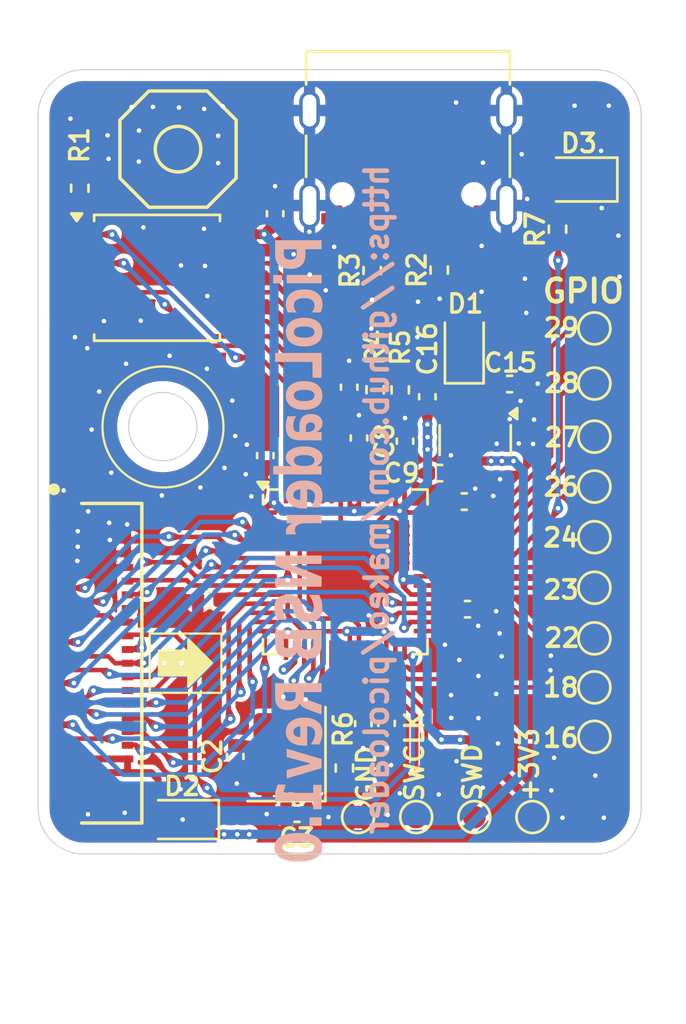
<source format=kicad_pcb>
(kicad_pcb (version 20241229) (generator "pcbnew") (generator_version "9.0")
  (layers (0 "F.Cu" signal) (2 "B.Cu" signal) (13 "F.Paste" user) (15 "B.Paste" user) (5 "F.SilkS" user "F.Silkscreen") (7 "B.SilkS" user "B.Silkscreen") (1 "F.Mask" user) (3 "B.Mask" user) (25 "Edge.Cuts" user))
  (net 0 "")
  (net 1 "GND")
  (net 2 "+3V3")
  (net 3 "/XIN")
  (net 4 "Net-(C3-Pad1)")
  (net 5 "+5V")
  (net 6 "+1V1")
  (net 7 "Net-(D1-K)")
  (net 8 "/GC_5V+")
  (net 9 "/D5")
  (net 10 "/AISCLK")
  (net 12 "/D1")
  (net 13 "/D2")
  (net 14 "/DVD_ERR")
  (net 15 "/GC_ERR")
  (net 16 "/GC_RESET")
  (net 17 "/GC_COVER")
  (net 18 "/DVD_DIR")
  (net 19 "/D3")
  (net 20 "/D6")
  (net 21 "/HSTRB")
  (net 22 "/AISLR")
  (net 23 "/GC_DSTRB")
  (net 24 "/D0")
  (net 25 "/D4")
  (net 26 "/D7")
  (net 28 "/DVD_COVER")
  (net 29 "/DVD_DSTRB")
  (net 30 "/DVD_RESET")
  (net 31 "/GC_DIR")
  (net 32 "Net-(J3-CC2)")
  (net 33 "/D-")
  (net 34 "Net-(J3-CC1)")
  (net 36 "/D+")
  (net 38 "/SWD")
  (net 39 "/SWCLK")
  (net 40 "Net-(R1-Pad2)")
  (net 41 "/QSPI_SS")
  (net 42 "Net-(U1-USB_DP)")
  (net 43 "Net-(U1-USB_DM)")
  (net 44 "/XOUT")
  (net 45 "/GPIO16")
  (net 46 "/GPIO22")
  (net 47 "/GPIO23")
  (net 48 "/GPIO24")
  (net 49 "/GPIO26")
  (net 50 "/GPIO27")
  (net 51 "/GPIO28")
  (net 52 "/GPIO29")
  (net 53 "/QSPI_3")
  (net 54 "/QSPI_1")
  (net 55 "/QSPI_0")
  (net 56 "/QSPI_CLK")
  (net 57 "/QSPI_2")
  (net 58 "/LED")
  (net 59 "/GPIO18")
  (net 60 "/BRK")
  (net 61 "/AISD")
  (net 62 "Net-(D3-A)")
  (footprint "Resistor_SMD:R_0402_1005Metric" (layer "F.Cu") (at 146.25 110.390001 -90)
    (property "Reference" "R4")
    (property "Value" "22R")
  )
  (footprint "TestPoint:TestPoint_Pad_D1.0mm" (layer "F.Cu") (at 148.05 129.14 -90)
    (property "Reference" "J6" (hide yes))
    (property "Value" "C")
  )
  (footprint "Capacitor_SMD:C_0402_1005Metric" (layer "F.Cu") (at 148.54 110.7 90)
    (property "Reference" "C16")
    (property "Value" "1uF")
  )
  (footprint "Capacitor_SMD:C_0402_1005Metric" (layer "F.Cu") (at 150.16 115.3 180)
    (property "Reference" "C11" (hide yes))
    (property "Value" "100nF")
  )
  (footprint "Package_SO:SOIC-8_5.3x5.3mm_P1.27mm" (layer "F.Cu") (at 136.68 105.48)
    (property "Reference" "U2" (hide yes))
    (property "Value" "W25Q128JVS")
  )
  (footprint "Connector_USB:USB_C_Receptacle_Palconn_UTC16-G" (layer "F.Cu") (at 147.69 100.38 180)
    (property "Reference" "J3" (hide yes))
    (property "Value" "USB_C_Receptacle_USB2.0")
  )
  (footprint "Resistor_SMD:R_0402_1005Metric" (layer "F.Cu") (at 144.9 126.99 90)
    (property "Reference" "R6")
    (property "Value" "1k")
  )
  (footprint "TestPoint:TestPoint_Pad_D1.0mm" (layer "F.Cu") (at 150.6 129.14 -90)
    (property "Reference" "J5" (hide yes))
    (property "Value" "D")
  )
  (footprint "TestPoint:TestPoint_Pad_D1.0mm" (layer "F.Cu") (at 155.87 116.86)
    (property "Reference" "TP5" (hide yes))
    (property "Value" "TestPoint")
  )
  (footprint "Molex_Library:CONN_502598-3993_MOL" (layer "F.Cu") (at 133.979999 122.389999 -90)
    (property "Reference" "J1" (hide yes))
    (property "Value" "5025983993")
  )
  (footprint "Capacitor_SMD:C_0402_1005Metric" (layer "F.Cu") (at 145.11 110.28 -90)
    (property "Reference" "C13" (hide yes))
    (property "Value" "100nF")
  )
  (footprint "TestPoint:TestPoint_Pad_D1.0mm" (layer "F.Cu") (at 155.87 119.08)
    (property "Reference" "TP4" (hide yes))
    (property "Value" "TestPoint")
  )
  (footprint "Resistor_SMD:R_0402_1005Metric" (layer "F.Cu") (at 154.25 103.35 -90)
    (property "Reference" "R7")
    (property "Value" "1k")
  )
  (footprint "TestPoint:TestPoint_Pad_D1.0mm" (layer "F.Cu") (at 155.87 110.12)
    (property "Reference" "TP8" (hide yes))
    (property "Value" "TestPoint")
  )
  (footprint "Package_DFN_QFN:QFN-56-1EP_7x7mm_P0.4mm_EP3.2x3.2mm" (layer "F.Cu") (at 144.9375 118.38)
    (property "Reference" "U1" (hide yes))
    (property "Value" "RP2040")
  )
  (footprint "Capacitor_SMD:C_0402_1005Metric" (layer "F.Cu") (at 150.3 120.02 180)
    (property "Reference" "C10" (hide yes))
    (property "Value" "100nF")
  )
  (footprint "Capacitor_SMD:C_0402_1005Metric" (layer "F.Cu") (at 146.75 125.03 90)
    (property "Reference" "C14" (hide yes))
    (property "Value" "100nF")
  )
  (footprint "TestPoint:TestPoint_Pad_D1.0mm" (layer "F.Cu") (at 155.87 121.3)
    (property "Reference" "TP3" (hide yes))
    (property "Value" "TestPoint")
  )
  (footprint "Resistor_SMD:R_0402_1005Metric" (layer "F.Cu") (at 133.29 101.550001 90)
    (property "Reference" "R1")
    (property "Value" "1k")
  )
  (footprint "TestPoint:TestPoint_Pad_D1.0mm" (layer "F.Cu") (at 155.87 125.62)
    (property "Reference" "TP1" (hide yes))
    (property "Value" "TestPoint")
  )
  (footprint "TestPoint:TestPoint_Pad_D1.0mm" (layer "F.Cu") (at 145.5 129.14 -90)
    (property "Reference" "J7" (hide yes))
    (property "Value" "G")
  )
  (footprint "Crystal:Crystal_SMD_3225-4Pin_3.2x2.5mm" (layer "F.Cu") (at 142.36 126.38 90)
    (property "Reference" "Y1" (hide yes))
    (property "Value" "12 Mhz")
  )
  (footprint "Capacitor_SMD:C_0402_1005Metric" (layer "F.Cu") (at 145.73 125.04 90)
    (property "Reference" "C7" (hide yes))
    (property "Value" "100nF")
  )
  (footprint "LED_SMD:LED_0805_2012Metric" (layer "F.Cu") (at 155.190001 101.17 180)
    (property "Reference" "D3")
    (property "Value" "LED")
  )
  (footprint "Resistor_SMD:R_0402_1005Metric" (layer "F.Cu") (at 149.06 105.14 -90)
    (property "Reference" "R2")
    (property "Value" "5.1k")
  )
  (footprint "TestPoint:TestPoint_Pad_D1.0mm" (layer "F.Cu") (at 155.87 114.64)
    (property "Reference" "TP6" (hide yes))
    (property "Value" "TestPoint")
  )
  (footprint "Capacitor_SMD:C_0402_1005Metric" (layer "F.Cu") (at 147.56 112.65 -90)
    (property "Reference" "C8")
    (property "Value" "1uF")
  )
  (footprint "Capacitor_SMD:C_0402_1005Metric" (layer "F.Cu") (at 152.15 110.14)
    (property "Reference" "C15")
    (property "Value" "1uF")
  )
  (footprint "Capacitor_SMD:C_0402_1005Metric" (layer "F.Cu") (at 140.11 126.48 -90)
    (property "Reference" "C2")
    (property "Value" "33pF")
  )
  (footprint "Resistor_SMD:R_0402_1005Metric" (layer "F.Cu") (at 146.12 105.159999 -90)
    (property "Reference" "R3")
    (property "Value" "5.1k")
  )
  (footprint "Capacitor_SMD:C_0402_1005Metric" (layer "F.Cu") (at 142.82 128.99 180)
    (property "Reference" "C3")
    (property "Value" "33pF")
  )
  (footprint "TestPoint:TestPoint_Pad_D1.0mm" (layer "F.Cu") (at 155.87 112.45)
    (property "Reference" "TP7" (hide yes))
    (property "Value" "TestPoint")
  )
  (footprint "TestPoint:TestPoint_Pad_D1.0mm" (layer "F.Cu") (at 155.87 123.45)
    (property "Reference" "TP2" (hide yes))
    (property "Value" "TestPoint")
  )
  (footprint "Diode_SMD:D_SOD-323" (layer "F.Cu") (at 150.16 108.5 90)
    (property "Reference" "D1")
    (property "Value" "1N5819WS")
  )
  (footprint "Capacitor_SMD:C_0402_1005Metric" (layer "F.Cu") (at 145.54 112.51 -90)
    (property "Reference" "C12" (hide yes))
    (property "Value" "100nF")
  )
  (footprint "Diode_SMD:D_SOD-323" (layer "F.Cu") (at 137.78 129.25 180)
    (property "Reference" "D2")
    (property "Value" "1N5819WS")
  )
  (footprint "TestPoint:TestPoint_Pad_D1.0mm" (layer "F.Cu") (at 153.15 129.14 -90)
    (property "Reference" "J4" (hide yes))
    (property "Value" "+")
  )
  (footprint "Button_Library:TS-1187A-B-A-B" (layer "F.Cu") (at 137.6 99.835)
    (property "Reference" "S1" (hide yes))
    (property "Value" "TS-1187A-B-A-B" (hide yes))
  )
  (footprint "Capacitor_SMD:C_0402_1005Metric" (layer "F.Cu") (at 149.08 114.05)
    (property "Reference" "C9")
    (property "Value" "1uF")
  )
  (footprint "Capacitor_SMD:C_0402_1005Metric" (layer "F.Cu") (at 141.86 102.67 90)
    (property "Reference" "C1" (hide yes))
    (property "Value" "100nF")
  )
  (footprint "Capacitor_SMD:C_0402_1005Metric" (layer "F.Cu") (at 141.43 113.28 -90)
    (property "Reference" "C5" (hide yes))
    (property "Value" "100nF")
  )
  (footprint "Capacitor_SMD:C_0402_1005Metric" (layer "F.Cu") (at 138.95 119.61)
    (property "Reference" "C6" (hide yes))
    (property "Value" "100nF")
  )
  (footprint "TestPoint:TestPoint_Pad_D1.0mm" (layer "F.Cu") (at 155.87 107.7)
    (property "Reference" "TP9" (hide yes))
    (property "Value" "TestPoint")
  )
  (footprint "Package_TO_SOT_SMD:SOT-23" (layer "F.Cu") (at 150.64 112.6 -90)
    (property "Reference" "U3" (hide yes))
    (property "Value" "XC6206P332MR")
  )
  (footprint "Resistor_SMD:R_0402_1005Metric" (layer "F.Cu") (at 147.35 110.400001 -90)
    (property "Reference" "R5")
    (property "Value" "22R")
  )
  (gr_rect (start 136.3575 121.090001) (end 139.5025 123.690001) (stroke (width 0.1)) (fill no) (layer "F.SilkS"))
  (gr_circle (center 136.94 112.024892) (end 138.730838 113.985121) (stroke (width 0.1)) (fill no) (layer "F.SilkS"))
  (gr_poly (pts (xy 138.049999 121.340001) (xy 139.089999 122.38) (xy 138.049999 123.42)) (stroke (width 0.1)) (fill yes) (layer "F.SilkS"))
  (gr_poly (pts (xy 138.05 121.84) (xy 138.049999 122.920002) (xy 136.76 122.92) (xy 136.76 121.840001)) (stroke (width 0.1)) (fill yes) (layer "F.SilkS"))
  (gr_line (start 155.92 130.76) (end 133.46 130.76) (stroke (width 0.05)) (layer "Edge.Cuts"))
  (gr_circle (center 136.93 112.01) (end 138.43 112.01) (stroke (width 0.05)) (fill no) (layer "Edge.Cuts"))
  (gr_arc (start 155.92 96.35) (mid 157.334214 96.935786) (end 157.92 98.35) (stroke (width 0.05)) (layer "Edge.Cuts"))
  (gr_arc (start 133.46 130.76) (mid 132.045786 130.174214) (end 131.46 128.76) (stroke (width 0.05)) (layer "Edge.Cuts"))
  (gr_line (start 133.46 96.35) (end 155.92 96.35) (stroke (width 0.05)) (layer "Edge.Cuts"))
  (gr_line (start 131.46 128.76) (end 131.46 98.35) (stroke (width 0.05)) (layer "Edge.Cuts"))
  (gr_arc (start 131.46 98.35) (mid 132.045786 96.935786) (end 133.46 96.35) (stroke (width 0.05)) (layer "Edge.Cuts"))
  (gr_arc (start 157.92 128.76) (mid 157.334214 130.174214) (end 155.92 130.76) (stroke (width 0.05)) (layer "Edge.Cuts"))
  (gr_line (start 157.92 98.35) (end 157.92 128.76) (stroke (width 0.05)) (layer "Edge.Cuts"))
  (gr_text "24" (at 153.53 117.35 0) (layer "F.SilkS") (effects (font (size 0.8 0.8) (thickness 0.16) (bold yes)) (justify left bottom)))
  (gr_text "27" (at 153.59 112.95 0) (layer "F.SilkS") (effects (font (size 0.8 0.8) (thickness 0.16) (bold yes)) (justify left bottom)))
  (gr_text "26" (at 153.55 115.12 0) (layer "F.SilkS") (effects (font (size 0.8 0.8) (thickness 0.16) (bold yes)) (justify left bottom)))
  (gr_text "16" (at 153.53 126.14 0) (layer "F.SilkS") (effects (font (size 0.8 0.8) (thickness 0.16) (bold yes)) (justify left bottom)))
  (gr_text "GND" (at 146.33 128.56 90) (layer "F.SilkS") (effects (font (size 0.8 0.8) (thickness 0.15) (bold yes)) (justify left bottom)))
  (gr_text "22" (at 153.58 121.75 0) (layer "F.SilkS") (effects (font (size 0.8 0.8) (thickness 0.16) (bold yes)) (justify left bottom)))
  (gr_text "GPIO" (at 153.49 106.65 0) (layer "F.SilkS") (effects (font (size 1 1) (thickness 0.2) (bold yes)) (justify left bottom)))
  (gr_text "+3V3" (at 153.48 128.54 90) (layer "F.SilkS") (effects (font (size 0.8 0.8) (thickness 0.15) (bold yes)) (justify left bottom)))
  (gr_text "18" (at 153.53 123.93 0) (layer "F.SilkS") (effects (font (size 0.8 0.8) (thickness 0.16) (bold yes)) (justify left bottom)))
  (gr_text "23" (at 153.54 119.64 0) (layer "F.SilkS") (effects (font (size 0.8 0.8) (thickness 0.16) (bold yes)) (justify left bottom)))
  (gr_text "28" (at 153.57 110.57 0) (layer "F.SilkS") (effects (font (size 0.8 0.8) (thickness 0.16) (bold yes)) (justify left bottom)))
  (gr_text "SWCLK" (at 148.44 128.53 90) (layer "F.SilkS") (effects (font (size 0.8 0.8) (thickness 0.15) (bold yes)) (justify left bottom)))
  (gr_text "29" (at 153.55 108.14 0) (layer "F.SilkS") (effects (font (size 0.8 0.8) (thickness 0.16) (bold yes)) (justify left bottom)))
  (gr_text "SWD" (at 150.98 128.51 90) (layer "F.SilkS") (effects (font (size 0.8 0.8) (thickness 0.15) (bold yes)) (justify left bottom)))
  (gr_text "https://github.com/makeo/picoloader" (at 146.9 100.41 90) (layer "B.SilkS") (effects (font (size 1 1) (thickness 0.2) (bold yes)) (justify left bottom mirror)))
  (gr_text "PicoLoader NSB Rev1.0" (at 144.24 103.64 90) (layer "B.SilkS") (effects (font (size 2 1.5) (thickness 0.2) (bold yes)) (justify left bottom mirror)))
  (segment (start 143.2 123.98) (end 143.2 125.27) (width 0.2) (layer "F.Cu") (net 1))
  (segment (start 145.54 111.51) (end 145.54 112.03) (width 0.2) (layer "F.Cu") (net 1))
  (segment (start 143.2 123.98) (end 143.9375 123.2425) (width 0.2) (layer "F.Cu") (net 1))
  (segment (start 145.11 109.8) (end 145.11 109.12) (width 0.2) (layer "F.Cu") (net 1))
  (segment (start 150.94 104.06) (end 150.92 104.08) (width 0.2) (layer "F.Cu") (net 1))
  (segment (start 143.21 123.99) (end 143.2 123.98) (width 0.2) (layer "F.Cu") (net 1))
  (segment (start 150.94 102.925) (end 150.94 104.06) (width 0.2) (layer "F.Cu") (net 1))
  (segment (start 144.44 104.11) (end 144.45 104.12) (width 0.2) (layer "F.Cu") (net 1))
  (segment (start 143.9375 123.2425) (end 143.9375 121.8175) (width 0.2) (layer "F.Cu") (net 1))
  (segment (start 147.56 111.633124) (end 147.56 112.17) (width 0.2) (layer "F.Cu") (net 1))
  (segment (start 143.2 125.27) (end 143.21 125.28) (width 0.2) (layer "F.Cu") (net 1))
  (segment (start 144.44 102.925) (end 144.44 104.11) (width 0.2) (layer "F.Cu") (net 1))
  (via (at 139.98 110.87) (size 0.45) (drill 0.2) (layers "F.Cu" "B.Cu") (net 1))
  (via (at 135.89 99.02) (size 0.45) (drill 0.2) (layers "F.Cu" "B.Cu") (net 1))
  (via (at 143.2 123.98) (size 0.45) (drill 0.2) (layers "F.Cu" "B.Cu") (net 1))
  (via (at 138.78 104.96) (size 0.45) (drill 0.2) (layers "F.Cu" "B.Cu") (net 1))
  (via (at 146.82 117.47) (size 0.45) (drill 0.2) (layers "F.Cu" "B.Cu") (net 1))
  (via (at 152.62 109.46) (size 0.45) (drill 0.2) (layers "F.Cu" "B.Cu") (net 1))
  (via (at 153.98 127.97) (size 0.45) (drill 0.2) (layers "F.Cu" "B.Cu") (net 1))
  (via (at 151.73 114.32) (size 0.45) (drill 0.2) (layers "F.Cu" "B.Cu") (net 1))
  (via (at 153.22 111.7) (size 0.45) (drill 0.2) (layers "F.Cu" "B.Cu") (net 1))
  (via (at 149.04 128.15) (size 0.45) (drill 0.2) (layers "F.Cu" "B.Cu") (net 1))
  (via (at 149.59 124.79) (size 0.45) (drill 0.2) (layers "F.Cu" "B.Cu") (net 1))
  (via (at 156.19 102.42) (size 0.45) (drill 0.2) (layers "F.Cu" "B.Cu") (net 1))
  (via (at 138.89 106.28) (size 0.45) (drill 0.2) (layers "F.Cu" "B.Cu") (net 1))
  (via (at 153.96 122.06) (size 0.45) (drill 0.2) (layers "F.Cu" "B.Cu") (net 1))
  (via (at 149.82 126.69) (size 0.45) (drill 0.2) (layers "F.Cu" "B.Cu") (net 1))
  (via (at 140.18 127.67) (size 0.45) (drill 0.2) (layers "F.Cu" "B.Cu") (net 1))
  (via (at 145.54 111.51) (size 0.45) (drill 0.2) (layers "F.Cu" "B.Cu") (net 1))
  (via (at 149.08 106.4) (size 0.45) (drill 0.2) (layers "F.Cu" "B.Cu") (net 1))
  (via (at 140.82 115.07) (size 0.45) (drill 0.2) (layers "F.Cu" "B.Cu") (net 1))
  (via (at 136.89 115.03) (size 0.45) (drill 0.2) (layers "F.Cu" "B.Cu") (net 1))
  (via (at 150.92 104.08) (size 0.45) (drill 0.2) (layers "F.Cu" "B.Cu") (net 1))
  (via (at 135.26 128.95) (size 0.45) (drill 0.2) (layers "F.Cu" "B.Cu") (net 1))
  (via (at 138.75 98.07) (size 0.45) (drill 0.2) (layers "F.Cu" "B.Cu") (net 1))
  (via (at 145.72 126.11) (size 0.45) (drill 0.2) (layers "F.Cu" "B.Cu") (net 1))
  (via (at 142.67 104.45) (size 0.45) (drill 0.2) (layers "F.Cu" "B.Cu") (net 1))
  (via (at 143.36 103.46) (size 0.45) (drill 0.2) (layers "F.Cu" "B.Cu") (net 1))
  (via (at 150.97 127.85) (size 0.45) (drill 0.2) (layers "F.Cu" "B.Cu") (net 1))
  (via (at 139.36 99.25) (size 0.45) (drill 0.2) (layers "F.Cu" "B.Cu") (net 1))
  (via (at 139.56 97.96) (size 0.45) (drill 0.2) (layers "F.Cu" "B.Cu") (net 1))
  (via (at 151.71 121.08) (size 0.45) (drill 0.2) (layers "F.Cu" "B.Cu") (net 1))
  (via (at 150.64 114.73) (size 0.45) (drill 0.2) (layers "F.Cu" "B.Cu") (net 1))
  (via (at 152.15 111.68) (size 0.45) (drill 0.2) (layers "F.Cu" "B.Cu") (net 1))
  (via (at 134.61 116.98) (size 0.45) (drill 0.2) (layers "F.Cu" "B.Cu") (net 1))
  (via (at 151.58 112.76) (size 0.45) (drill 0.2) (layers "F.Cu" "B.Cu") (net 1))
  (via (at 133.81 112.14) (size 0.45) (drill 0.2) (layers "F.Cu" "B.Cu") (net 1))
  (via (at 156.973528 105.435683) (size 0.45) (drill 0.2) (layers "F.Cu" "B.Cu") (net 1))
  (via (at 135.96 107.36) (size 0.45) (drill 0.2) (layers "F.Cu" "B.Cu") (net 1))
  (via (at 134.51 99.23) (size 0.45) (drill 0.2) (layers "F.Cu" "B.Cu") (net 1))
  (via (at 150.77 120.75) (size 0.45) (drill 0.2) (layers "F.Cu" "B.Cu") (net 1))
  (via (at 156.92 103.63) (size 0.45) (drill 0.2) (layers "F.Cu" "B.Cu") (net 1))
  (via (at 132.88 98.5) (size 0.45) (drill 0.2) (layers "F.Cu" "B.Cu") (net 1))
  (via (at 133.2 116.6) (size 0.45) (drill 0.2) (layers "F.Cu" "B.Cu") (net 1))
  (via (at 152.63 110.88) (size 0.45) (drill 0.2) (layers "F.Cu" "B.Cu") (net 1))
  (via (at 141.49 129.01) (size 0.45) (drill 0.2) (layers "F.Cu" "B.Cu") (net 1))
  (via (at 134.55 100.26) (size 0.45) (drill 0.2) (layers "F.Cu" "B.Cu") (net 1))
  (via (at 145.11 109.12) (size 0.45) (drill 0.2) (layers "F.Cu" "B.Cu") (net 1))
  (via (at 137.64 98.01) (size 0.45) (drill 0.2) (layers "F.Cu" "B.Cu") (net 1))
  (via (at 148.13 106.53) (size 0.45) (drill 0.2) (layers "F.Cu" "B.Cu") (net 1))
  (via (at 155.91 127.32) (size 0.45) (drill 0.2) (layers "F.Cu" "B.Cu") (net 1))
  (via (at 145.48 105.62) (size 0.45) (drill 0.2) (layers "F.Cu" "B.Cu") (net 1))
  (via (at 135.37 116.3) (size 0.45) (drill 0.2) (layers "F.Cu" "B.Cu") (net 1))
  (via (at 152.68 100.06) (size 0.45) (drill 0.2) (layers "F.Cu" "B.Cu") (net 1))
  (via (at 134.14 110.47) (size 0.45) (drill 0.2) (layers "F.Cu" "B.Cu") (net 1))
  (via (at 151.8 122.09) (size 0.45) (drill 0.2) (layers "F.Cu" "B.Cu") (net 1))
  (via (at 146.84 116.61) (size 0.45) (drill 0.2) (layers "F.Cu" "B.Cu") (net 1))
  (via (at 152.88 107.02) (size 0.45) (drill 0.2) (layers "F.Cu" "B.Cu") (net 1))
  (via (at 140.11 112.42) (size 0.45) (drill 0.2) (layers "F.Cu" "B.Cu") (net 1))
  (via (at 146.8 129.05) (size 0.45) (drill 0.2) (layers "F.Cu" "B.Cu") (net 1))
  (via (at 151.64 125.91) (size 0.45) (drill 0.2) (layers "F.Cu" "B.Cu") (net 1))
  (via (at 135.56 97.99) (size 0.45) (drill 0.2) (layers "F.Cu" "B.Cu") (net 1))
  (via (at 140.62 112.8) (size 0.45) (drill 0.2) (layers "F.Cu" "B.Cu") (net 1))
  (via (at 146.77 126.12) (size 0.45) (drill 0.2) (layers "F.Cu" "B.Cu") (net 1))
  (via (at 149.57 113.27) (size 0.45) (drill 0.2) (layers "F.Cu" "B.Cu") (net 1))
  (via (at 152.55 112.75) (size 0.45) (drill 0.2) (layers "F.Cu" "B.Cu") (net 1))
  (via (at 156.16 99.91) (size 0.45) (drill 0.2) (layers "F.Cu" "B.Cu") (net 1))
  (via (at 139.36 100.45) (size 0.45) (drill 0.2) (layers "F.Cu" "B.Cu") (net 1))
  (via (at 153.381938 110.127493) (size 0.45) (drill 0.2) (layers "F.Cu" "B.Cu") (net 1))
  (via (at 133.2 117.28) (size 0.45) (drill 0.2) (layers "F.Cu" "B.Cu") (net 1))
  (via (at 148.1 108.08) (size 0.45) (drill 0.2) (layers "F.Cu" "B.Cu") (net 1))
  (via (at 133.076133 108.086282) (size 0.45) (drill 0.2) (layers "F.Cu" "B.Cu") (net 1))
  (via (at 149.94 122.25) (size 0.45) (drill 0.2) (layers "F.Cu" "B.Cu") (net 1))
  (via (at 153.18 112.77) (size 0.45) (drill 0.2) (layers "F.Cu" "B.Cu") (net 1))
  (via (at 139.64 113.82) (size 0.45) (drill 0.2) (layers "F.Cu" "B.Cu") (net 1))
  (via (at 137.8025 129.25) (size 0.45) (drill 0.2) (layers "F.Cu" "B.Cu") (net 1))
  (via (at 138.58 114.68) (size 0.45) (drill 0.2) (layers "F.Cu" "B.Cu") (net 1))
  (via (at 147.56 111.633124) (size 0.45) (drill 0.2) (layers "F.Cu" "B.Cu") (net 1))
  (via (at 151.56 123.74) (size 0.45) (drill 0.2) (layers "F.Cu" "B.Cu") (net 1))
  (via (at 150.92 106.09) (size 0.45) (drill 0.2) (layers "F.Cu" "B.Cu") (net 1))
  (via (at 144.2 129.14) (size 0.45) (drill 0.2) (layers "F.Cu" "B.Cu") (net 1))
  (via (at 144.45 104.12) (size 0.45) (drill 0.2) (layers "F.Cu" "B.Cu") (net 1))
  (via (at 146.08 107.71) (size 0.45) (drill 0.2) (layers "F.Cu" "B.Cu") (net 1))
  (via (at 150.78 124.8) (size 0.45) (drill 0.2) (layers "F.Cu" "B.Cu") (net 1))
  (via (at 150.98 100.43) (size 0.45) (drill 0.2) (layers "F.Cu" "B.Cu") (net 1))
  (via (at 134.35 107.38) (size 0.45) (drill 0.2) (layers "F.Cu" "B.Cu") (net 1))
  (via (at 147.33 128.1) (size 0.45) (drill 0.2) (layers "F.Cu" "B.Cu") (net 1))
  (via (at 140.57 114.1) (size 0.45) (drill 0.2) (layers "F.Cu" "B.Cu") (net 1))
  (via (at 146.23 127.55) (size 0.45) (drill 0.2) (layers "F.Cu" "B.Cu") (net 1))
  (via (at 149.58 123.79) (size 0.45) (drill 0.2) (layers "F.Cu" "B.Cu") (net 1))
  (via (at 153.94 122.7) (size 0.45) (drill 0.2) (layers "F.Cu" "B.Cu") (net 1))
  (via (at 141.86 101.46) (size 0.45) (drill 0.2) (layers "F.Cu" "B.Cu") (net 1))
  (via (at 150.78 122.95) (size 0.45) (drill 0.2) (layers "F.Cu" "B.Cu") (net 1))
  (via (at 132.58 114.81) (size 0.45) (drill 0.2) (layers "F.Cu" "B.Cu") (net 1))
  (via (at 154.1 126.54) (size 0.45) (drill 0.2) (layers "F.Cu" "B.Cu") (net 1))
  (via (at 146.95 126.86) (size 0.45) (drill 0.2) (layers "F.Cu" "B.Cu") (net 1))
  (via (at 154.47 129.17) (size 0.45) (drill 0.2) (layers "F.Cu" "B.Cu") (net 1))
  (via (at 155 97.93) (size 0.45) (drill 0.2) (layers "F.Cu" "B.Cu") (net 1))
  (via (at 134.67 114.03) (size 0.45) (drill 0.2) (layers "F.Cu" "B.Cu") (net 1))
  (via (at 137.23 108.9) (size 0.45) (drill 0.2) (layers "F.Cu" "B.Cu") (net 1))
  (via (at 138.87 109.47) (size 0.45) (drill 0.2) (layers "F.Cu" "B.Cu") (net 1))
  (via (at 156.5 97.93) (size 0.45) (drill 0.2) (layers "F.Cu" "B.Cu") (net 1))
  (via (at 143.38 105.34) (size 0.45) (drill 0.2) (layers "F.Cu" "B.Cu") (net 1))
  (via (at 135.88 100.38) (size 0.45) (drill 0.2) (layers "F.Cu" "B.Cu") (net 1))
  (via (at 151.43 115.05) (size 0.45) (drill 0.2) (layers "F.Cu" "B.Cu") (net 1))
  (via (at 133.62 108.57) (size 0.45) (drill 0.2) (layers "F.Cu" "B.Cu") (net 1))
  (via (at 156.28 129.17) (size 0.45) (drill 0.2) (layers "F.Cu" "B.Cu") (net 1))
  (via (at 142.22 123.87) (size 0.45) (drill 0.2) (layers "F.Cu" "B.Cu") (net 1))
  (via (at 136.08 103.27) (size 0.45) (drill 0.2) (layers "F.Cu" "B.Cu") (net 1))
  (via (at 144.08 106.03) (size 0.45) (drill 0.2) (layers "F.Cu" "B.Cu") (net 1))
  (via (at 138.74 103.33) (size 0.45) (drill 0.2) (layers "F.Cu" "B.Cu") (net 1))
  (via (at 149.31 121.58) (size 0.45) (drill 0.2) (layers "F.Cu" "B.Cu") (net 1))
  (via (at 152.82 105.52) (size 0.45) (drill 0.2) (layers "F.Cu" "B.Cu") (net 1))
  (via (at 137.71 127.92) (size 0.45) (drill 0.2) (layers "F.Cu" "B.Cu") (net 1))
  (via (at 137.73 104.94) (size 0.45) (drill 0.2) (layers "F.Cu" "B.Cu") (net 1))
  (via (at 146.11 106.44) (size 0.45) (drill 0.2) (layers "F.Cu" "B.Cu") (net 1))
  (via (at 135.32 109.25) (size 0.45) (drill 0.2) (layers "F.Cu" "B.Cu") (net 1))
  (via (at 133.66 115.73) (size 0.45) (drill 0.2) (layers "F.Cu" "B.Cu") (net 1))
  (via (at 151.56 120.11) (size 0.45) (drill 0.2) (layers "F.Cu" "B.Cu") (net 1))
  (via (at 145.97 120.29) (size 0.45) (drill 0.2) (layers "F.Cu" "B.Cu") (net 1))
  (via (at 152.92 102.02) (size 0.45) (drill 0.2) (layers "F.Cu" "B.Cu") (net 1))
  (via (at 134.58 116.23) (size 0.45) (drill 0.2) (layers "F.Cu" "B.Cu") (net 1))
  (via (at 149.8 97.79) (size 0.45) (drill 0.2) (layers "F.Cu" "B.Cu") (net 1))
  (via (at 133.65 129.02) (size 0.45) (drill 0.2) (layers "F.Cu" "B.Cu") (net 1))
  (via (at 136.5 97.98) (size 0.45) (drill 0.2) (layers "F.Cu" "B.Cu") (net 1))
  (via (at 133.18 117.9) (size 0.45) (drill 0.2) (layers "F.Cu" "B.Cu") (net 1))
  (segment (start 142.41 119.64) (end 142.15 119.38) (width 0.2) (layer "F.Cu") (net 2))
  (segment (start 145.73 123.56) (end 145.73 124.56) (width 0.2) (layer "F.Cu") (net 2))
  (segment (start 147.486232 118.723768) (end 147.47 118.74) (width 0.2) (layer "F.Cu") (net 2))
  (segment (start 148.57 114.08) (end 148.6 114.05) (width 0.2) (layer "F.Cu") (net 2))
  (segment (start 139.45 119.63) (end 139.58 119.63) (width 0.2) (layer "F.Cu") (net 2))
  (segment (start 145.1375 121.114999) (end 145.012501 120.99) (width 0.2) (layer "F.Cu") (net 2))
  (segment (start 147.5375 114.5) (end 147.5375 114.2525) (width 0.2) (layer "F.Cu") (net 2))
  (segment (start 147.137499 114.9425) (end 147.137499 115.527499) (width 0.2) (layer "F.Cu") (net 2))
  (segment (start 148.87 115.78) (end 149.35 115.3) (width 0.2) (layer "F.Cu") (net 2))
  (segment (start 148.375 119.38) (end 149.18 119.38) (width 0.2) (layer "F.Cu") (net 2))
  (segment (start 147.5375 114.2525) (end 147.71 114.08) (width 0.2) (layer "F.Cu") (net 2))
  (segment (start 147.137499 115.527499) (end 147.32 115.71) (width 0.2) (layer "F.Cu") (net 2))
  (segment (start 141.79 115.326906) (end 141.79 114.63) (width 0.2) (layer "F.Cu") (net 2))
  (segment (start 148.54 111.18) (end 148.54 111.91) (width 0.4) (layer "F.Cu") (net 2))
  (segment (start 145.1375 114.9425) (end 145.1375 115.5275) (width 0.2) (layer "F.Cu") (net 2))
  (segment (start 145.1375 114.0625) (end 145.1375 114.9425) (width 0.2) (layer "F.Cu") (net 2))
  (segment (start 139.83 119.38) (end 141.5 119.38) (width 0.2) (layer "F.Cu") (net 2))
  (segment (start 149.84 120.04) (end 149.89 120.04) (width 0.2) (layer "F.Cu") (net 2))
  (segment (start 147.5375 115.4925) (end 147.32 115.71) (width 0.2) (layer "F.Cu") (net 2))
  (segment (start 148.375 115.78) (end 147.39 115.78) (width 0.2) (layer "F.Cu") (net 2))
  (segment (start 147.49 114.33) (end 147.22 114.33) (width 0.2) (layer "F.Cu") (net 2))
  (segment (start 153.15 128.53) (end 153.15 129.14) (width 0.4) (layer "F.Cu") (net 2))
  (segment (start 139.58 119.63) (end 139.83 119.38) (width 0.2) (layer "F.Cu") (net 2))
  (segment (start 147.22 114.33) (end 147.137499 114.412501) (width 0.2) (layer "F.Cu") (net 2))
  (segment (start 147.5375 114.9425) (end 147.5375 115.4925) (width 0.2) (layer "F.Cu") (net 2))
  (segment (start 150.37 125.75) (end 153.15 128.53) (width 0.4) (layer "F.Cu") (net 2))
  (segment (start 147.5375 114.3775) (end 147.49 114.33) (width 0.2) (layer "F.Cu") (net 2))
  (segment (start 140.290001 103.57) (end 140.285 103.575001) (width 0.4) (layer "F.Cu") (net 2))
  (segment (start 148.55 112.47) (end 148.55 113.01) (width 0.4) (layer "F.Cu") (net 2))
  (segment (start 149.97 125.74) (end 149.98 125.75) (width 0.4) (layer "F.Cu") (net 2))
  (segment (start 145.537501 114.9425) (end 145.537501 113.662499) (width 0.2) (layer "F.Cu") (net 2))
  (segment (start 147.71 114.08) (end 148.57 114.08) (width 0.2) (layer "F.Cu") (net 2))
  (segment (start 147.47 118.74) (end 147.47 119.025) (width 0.2) (layer "F.Cu") (net 2))
  (segment (start 142.41 120.29) (end 143.11 120.99) (width 0.2) (layer "F.Cu") (net 2))
  (segment (start 148.54 111.18) (end 149.69 111.18) (width 0.4) (layer "F.Cu") (net 2))
  (segment (start 145.537501 115.512499) (end 145.33 115.72) (width 0.2) (layer "F.Cu") (net 2))
  (segment (start 141.79 114.63) (end 141.43 114.27) (width 0.2) (layer "F.Cu") (net 2))
  (segment (start 147.137499 114.412501) (end 147.137499 114.9425) (width 0.2) (layer "F.Cu") (net 2))
  (segment (start 145.537501 113.662499) (end 145.537501 112.992499) (width 0.2) (layer "F.Cu") (net 2))
  (segment (start 149.69 111.18) (end 149.69 111.6625) (width 0.4) (layer "F.Cu") (net 2))
  (segment (start 145.537501 114.9425) (end 145.537501 115.512499) (width 0.2) (layer "F.Cu") (net 2))
  (segment (start 148.375 115.78) (end 148.87 115.78) (width 0.2) (layer "F.Cu") (net 2))
  (segment (start 141.43 114.27) (end 141.43 113.76) (width 0.2) (layer "F.Cu") (net 2))
  (segment (start 141.8 103.15) (end 141.86 103.15) (width 0.4) (layer "F.Cu") (net 2))
  (segment (start 145.1375 115.5275) (end 145.33 115.72) (width 0.2) (layer "F.Cu") (net 2))
  (segment (start 145.1375 121.8175) (end 145.1375 122.9675) (width 0.2) (layer "F.Cu") (net 2))
  (segment (start 139.43 119.61) (end 139.45 119.63) (width 0.2) (layer "F.Cu") (net 2))
  (segment (start 146.7375 121.8175) (end 146.7375 121.1075) (width 0.2) (layer "F.Cu") (net 2))
  (segment (start 146.7375 121.1075) (end 146.64 121.01) (width 0.2) (layer "F.Cu") (net 2))
  (segment (start 142.15 119.38) (end 141.5 119.38) (width 0.2) (layer "F.Cu") (net 2))
  (segment (start 141.5 115.52) (end 141.5 115.78) (width 0.2) (layer "F.Cu") (net 2))
  (segment (start 147.39 115.78) (end 147.32 115.71) (width 0.2) (layer "F.Cu") (net 2))
  (segment (start 147.47 119.025) (end 147.825 119.38) (width 0.2) (layer "F.Cu") (net 2))
  (segment (start 141.812755 115.349661) (end 141.670339 115.349661) (width 0.2) (layer "F.Cu") (net 2))
  (segment (start 141.812755 115.349661) (end 141.79 115.326906) (width 0.2) (layer "F.Cu") (net 2))
  (segment (start 148.54 111.91) (end 148.54 112.46) (width 0.4) (layer "F.Cu") (net 2))
  (segment (start 147.825 119.38) (end 148.375 119.38) (width 0.2) (layer "F.Cu") (net 2))
  (segment (start 149.16 125.74) (end 149.97 125.74) (width 0.4) (layer "F.Cu") (net 2))
  (segment (start 145.537501 113.662499) (end 145.1375 114.0625) (width 0.2) (layer "F.Cu") (net 2))
  (segment (start 145.1375 122.9675) (end 145.73 123.56) (width 0.2) (layer "F.Cu") (net 2))
  (segment (start 145.537501 112.992499) (end 145.54 112.99) (width 0.2) (layer "F.Cu") (net 2))
  (segment (start 149.18 119.38) (end 149.84 120.04) (width 0.2) (layer "F.Cu") (net 2))
  (segment (start 141.670339 115.349661) (end 141.5 115.52) (width 0.2) (layer "F.Cu") (net 2))
  (segment (start 145.1375 121.8175) (end 145.1375 121.114999) (width 0.2) (layer "F.Cu") (net 2))
  (segment (start 147.5375 114.9425) (end 147.5375 114.3775) (width 0.2) (layer "F.Cu") (net 2))
  (segment (start 141.38 103.57) (end 141.8 103.15) (width 0.4) (layer "F.Cu") (net 2))
  (segment (start 142.41 120.29) (end 142.41 119.64) (width 0.2) (layer "F.Cu") (net 2))
  (segment (start 149.35 115.3) (end 149.68 115.3) (width 0.2) (layer "F.Cu") (net 2))
  (segment (start 149.98 125.75) (end 150.37 125.75) (width 0.4) (layer "F.Cu") (net 2))
  (segment (start 148.54 112.46) (end 148.55 112.47) (width 0.4) (layer "F.Cu") (net 2))
  (segment (start 143.11 120.99) (end 145.012501 120.99) (width 0.2) (layer "F.Cu") (net 2))
  (segment (start 141.38 103.57) (end 140.290001 103.57) (width 0.4) (layer "F.Cu") (net 2))
  (via (at 146.64 121.01) (size 0.45) (drill 0.2) (layers "F.Cu" "B.Cu") (net 2))
  (via (at 145.33 115.72) (size 0.45) (drill 0.2) (layers "F.Cu" "B.Cu") (net 2))
  (via (at 147.486232 118.723768) (size 0.45) (drill 0.2) (layers "F.Cu" "B.Cu") (net 2))
  (via (at 148.55 113.01) (size 0.45) (drill 0.2) (layers "F.Cu" "B.Cu") (net 2))
  (via (at 149.16 125.74) (size 0.45) (drill 0.2) (layers "F.Cu" "B.Cu") (net 2))
  (via (at 141.38 103.57) (size 0.45) (drill 0.2) (layers "F.Cu" "B.Cu") (net 2))
  (via (at 141.812755 115.349661) (size 0.45) (drill 0.2) (layers "F.Cu" "B.Cu") (net 2))
  (via (at 149.98 125.75) (size 0.45) (drill 0.2) (layers "F.Cu" "B.Cu") (net 2))
  (via (at 148.55 112.47) (size 0.45) (drill 0.2) (layers "F.Cu" "B.Cu") (net 2))
  (via (at 145.012501 120.99) (size 0.45) (drill 0.2) (layers "F.Cu" "B.Cu") (net 2))
  (via (at 147.32 115.71) (size 0.45) (drill 0.2) (layers "F.Cu" "B.Cu") (net 2))
  (via (at 148.54 111.91) (size 0.45) (drill 0.2) (layers "F.Cu" "B.Cu") (net 2))
  (segment (start 141.812755 115.349661) (end 141.812755 104.002755) (width 0.4) (layer "B.Cu") (net 2))
  (segment (start 147.648128 121.47) (end 147.649128 121.469) (width 0.4) (layer "B.Cu") (net 2))
  (segment (start 147.32 115.71) (end 145.34 115.71) (width 0.4) (layer "B.Cu") (net 2))
  (segment (start 148.54 113) (end 148.55 113.01) (width 0.4) (layer "B.Cu") (net 2))
  (segment (start 148.534426 123.184426) (end 148.534426 125.114426) (width 0.4) (layer "B.Cu") (net 2))
  (segment (start 148.55 113.01) (end 148.55 114.48) (width 0.4) (layer "B.Cu") (net 2))
  (segment (start 148.3 121.12) (end 148.3 118.97) (width 0.4) (layer "B.Cu") (net 2))
  (segment (start 148.3 121.6) (end 148.3 121.12) (width 0.4) (layer "B.Cu") (net 2))
  (segment (start 145.34 115.71) (end 145.33 115.72) (width 0.2) (layer "B.Cu") (net 2))
  (segment (start 148.845 125.425) (end 149.16 125.74) (width 0.4) (layer "B.Cu") (net 2))
  (segment (start 147.486232 115.876232) (end 147.32 115.71) (width 0.4) (layer "B.Cu") (net 2))
  (segment (start 147.43 115.82) (end 147.32 115.71) (width 0.2) (layer "B.Cu") (net 2))
  (segment (start 148.534426 125.114426) (end 148.845 125.425) (width 0.4) (layer "B.Cu") (net 2))
  (segment (start 147.649128 121.469) (end 148.167724 121.469) (width 0.4) (layer "B.Cu") (net 2))
  (segment (start 148.54 111.91) (end 148.54 113) (width 0.4) (layer "B.Cu") (net 2))
  (segment (start 147.486232 118.723768) (end 147.486232 115.876232) (width 0.4) (layer "B.Cu") (net 2))
  (segment (start 149.98 125.75) (end 149.17 125.75) (width 0.4) (layer "B.Cu") (net 2))
  (segment (start 148.3 121.601276) (end 148.3 121.6) (width 0.4) (layer "B.Cu") (net 2))
  (segment (start 147.1 121.47) (end 147.648128 121.47) (width 0.4) (layer "B.Cu") (net 2))
  (segment (start 141.812755 104.002755) (end 141.38 103.57) (width 0.4) (layer "B.Cu") (net 2))
  (segment (start 142.183094 115.72) (end 145.33 115.72) (width 0.4) (layer "B.Cu") (net 2))
  (segment (start 148.534426 121.835702) (end 148.3 121.601276) (width 0.4) (layer "B.Cu") (net 2))
  (segment (start 141.812755 115.349661) (end 142.183094 115.72) (width 0.4) (layer "B.Cu") (net 2))
  (segment (start 148.167724 121.469) (end 148.298724 121.6) (width 0.4) (layer "B.Cu") (net 2))
  (segment (start 148.534426 123.184426) (end 148.534426 121.835702) (width 0.4) (layer "B.Cu") (net 2))
  (segment (start 148.298724 121.6) (end 148.3 121.6) (width 0.4) (layer "B.Cu") (net 2))
  (segment (start 148.3 118.97) (end 148.053768 118.723768) (width 0.4) (layer "B.Cu") (net 2))
  (segment (start 148.053768 118.723768) (end 147.486232 118.723768) (width 0.4) (layer "B.Cu") (net 2))
  (segment (start 145.012501 120.99) (end 146.62 120.99) (width 0.4) (layer "B.Cu") (net 2))
  (segment (start 148.55 114.48) (end 147.32 115.71) (width 0.4) (layer "B.Cu") (net 2))
  (segment (start 146.64 121.01) (end 147.1 121.47) (width 0.4) (layer "B.Cu") (net 2))
  (segment (start 149.17 125.75) (end 148.845 125.425) (width 0.4) (layer "B.Cu") (net 2))
  (segment (start 142.54 126.39) (end 141.51 125.36) (width 0.2) (layer "F.Cu") (net 3))
  (segment (start 144.337499 121.8175) (end 144.337499 125.912501) (width 0.2) (layer "F.Cu") (net 3))
  (segment (start 141.51 125.28) (end 141.48 125.25) (width 0.2) (layer "F.Cu") (net 3))
  (segment (start 141.51 125.36) (end 141.51 125.28) (width 0.2) (layer "F.Cu") (net 3))
  (segment (start 141.51 125.89) (end 140.2 125.89) (width 0.2) (layer "F.Cu") (net 3))
  (segment (start 140.2 125.89) (end 140.11 125.98) (width 0.2) (layer "F.Cu") (net 3))
  (segment (start 141.51 125.28) (end 141.51 125.89) (width 0.2) (layer "F.Cu") (net 3))
  (segment (start 140.11 125.98) (end 140.11 126) (width 0.2) (layer "F.Cu") (net 3))
  (segment (start 143.86 126.39) (end 142.54 126.39) (width 0.2) (layer "F.Cu") (net 3))
  (segment (start 144.337499 125.912501) (end 143.86 126.39) (width 0.2) (layer "F.Cu") (net 3))
  (segment (start 143.34 127.61) (end 143.21 127.48) (width 0.2) (layer "F.Cu") (net 4))
  (segment (start 143.3 128.99) (end 143.34 128.95) (width 0.2) (layer "F.Cu") (net 4))
  (segment (start 144.64 127.359999) (end 143.330001 127.359999) (width 0.2) (layer "F.Cu") (net 4))
  (segment (start 143.34 128.95) (end 143.34 127.61) (width 0.2) (layer "F.Cu") (net 4))
  (segment (start 143.330001 127.359999) (end 143.21 127.48) (width 0.2) (layer "F.Cu") (net 4))
  (segment (start 145.38 102.784999) (end 145.239999 102.925) (width 0.4) (layer "F.Cu") (net 5))
  (segment (start 150 102.784999) (end 149.94 102.724999) (width 0.3) (layer "F.Cu") (net 5))
  (segment (start 146.381908 101.21) (end 145.43 102.161908) (width 0.3) (layer "F.Cu") (net 5))
  (segment (start 145.44 102.925) (end 145.48 102.965) (width 0.2) (layer "F.Cu") (net 5))
  (segment (start 148.99 101.21) (end 146.381908 101.21) (width 0.3) (layer "F.Cu") (net 5))
  (segment (start 149.94 102.16) (end 148.99 101.21) (width 0.3) (layer "F.Cu") (net 5))
  (segment (start 150.16 102.944999) (end 150 102.784999) (width 0.4) (layer "F.Cu") (net 5))
  (segment (start 145.43 102.734999) (end 145.38 102.784999) (width 0.3) (layer "F.Cu") (net 5))
  (segment (start 150.16 107.45) (end 150.16 102.944999) (width 0.4) (layer "F.Cu") (net 5))
  (segment (start 149.94 102.724999) (end 149.94 102.16) (width 0.3) (layer "F.Cu") (net 5))
  (segment (start 145.43 102.161908) (end 145.43 102.734999) (width 0.3) (layer "F.Cu") (net 5))
  (segment (start 142.94 116.61) (end 142.94 120.16) (width 0.2) (layer "F.Cu") (net 6))
  (segment (start 144.7375 111.5425) (end 145.11 111.17) (width 0.2) (layer "F.Cu") (net 6))
  (segment (start 146.28 116.27) (end 144.73 116.27) (width 0.2) (layer "F.Cu") (net 6))
  (segment (start 145.537501 122.797501) (end 146.75 124.01) (width 0.2) (layer "F.Cu") (net 6))
  (segment (start 143.21 120.43) (end 145.24 120.43) (width 0.2) (layer "F.Cu") (net 6))
  (segment (start 144.7375 114.9425) (end 144.7375 111.5425) (width 0.2) (layer "F.Cu") (net 6))
  (segment (start 146.7375 114.2125) (end 146.7375 114.9425) (width 0.2) (layer "F.Cu") (net 6))
  (segment (start 145.537501 120.727501) (end 145.537501 121.8175) (width 0.2) (layer "F.Cu") (net 6))
  (segment (start 146.7375 114.9425) (end 146.7375 115.8125) (width 0.2) (layer "F.Cu") (net 6))
  (segment (start 144.73 116.27) (end 143.28 116.27) (width 0.2) (layer "F.Cu") (net 6))
  (segment (start 143.28 116.27) (end 142.94 116.61) (width 0.2) (layer "F.Cu") (net 6))
  (segment (start 145.11 111.17) (end 145.11 110.76) (width 0.2) (layer "F.Cu") (net 6))
  (segment (start 146.75 124.01) (end 146.75 124.55) (width 0.2) (layer "F.Cu") (net 6))
  (segment (start 144.7375 114.9425) (end 144.7375 116.2625) (width 0.2) (layer "F.Cu") (net 6))
  (segment (start 147.56 113.39) (end 146.7375 114.2125) (width 0.2) (layer "F.Cu") (net 6))
  (segment (start 146.7375 115.8125) (end 146.28 116.27) (width 0.2) (layer "F.Cu") (net 6))
  (segment (start 145.24 120.43) (end 145.537501 120.727501) (width 0.2) (layer "F.Cu") (net 6))
  (segment (start 144.7375 116.2625) (end 144.73 116.27) (width 0.2) (layer "F.Cu") (net 6))
  (segment (start 145.537501 121.8175) (end 145.537501 122.797501) (width 0.2) (layer "F.Cu") (net 6))
  (segment (start 142.94 120.16) (end 143.21 120.43) (width 0.2) (layer "F.Cu") (net 6))
  (segment (start 147.56 113.13) (end 147.56 113.39) (width 0.2) (layer "F.Cu") (net 6))
  (segment (start 150.2 110.14) (end 150.15 110.09) (width 0.4) (layer "F.Cu") (net 7))
  (segment (start 138.83 129.25) (end 138.84 129.24) (width 0.4) (layer "F.Cu") (net 7))
  (segment (start 138.84 129.78) (end 138.96 129.9) (width 0.4) (layer "F.Cu") (net 7))
  (segment (start 138.96 129.9) (end 139.23 129.9) (width 0.4) (layer "F.Cu") (net 7))
  (segment (start 151.81 113.52) (end 151.34 113.52) (width 0.4) (layer "F.Cu") (net 7))
  (segment (start 138.84 129.24) (end 138.84 129.78) (width 0.4) (layer "F.Cu") (net 7))
  (segment (start 150.15 109.56) (end 150.15 110.09) (width 0.4) (layer "F.Cu") (net 7))
  (segment (start 150.16 109.55) (end 150.15 109.56) (width 0.4) (layer "F.Cu") (net 7))
  (segment (start 139.62 129.9) (end 139.23 129.9) (width 0.4) (layer "F.Cu") (net 7))
  (segment (start 152.32 113.52) (end 150.657501 113.52) (width 0.4) (layer "F.Cu") (net 7))
  (segment (start 150.717501 113.46) (end 150.64 113.537501) (width 0.4) (layer "F.Cu") (net 7))
  (segment (start 150.15 110.32) (end 150.64 110.81) (width 0.4) (layer "F.Cu") (net 7))
  (segment (start 150.64 110.81) (end 150.64 113.537501) (width 0.4) (layer "F.Cu") (net 7))
  (segment (start 139.23 129.9) (end 140.725 129.9) (width 0.4) (layer "F.Cu") (net 7))
  (segment (start 151.34 113.52) (end 150.657501 113.52) (width 0.4) (layer "F.Cu") (net 7))
  (segment (start 151.67 110.14) (end 150.2 110.14) (width 0.4) (layer "F.Cu") (net 7))
  (segment (start 150.657501 113.52) (end 150.64 113.537501) (width 0.4) (layer "F.Cu") (net 7))
  (segment (start 150.15 110.09) (end 150.15 110.32) (width 0.4) (layer "F.Cu") (net 7))
  (via (at 140.725 129.9) (size 0.45) (drill 0.2) (layers "F.Cu" "B.Cu") (net 7))
  (via (at 151.81 113.52) (size 0.45) (drill 0.2) (layers "F.Cu" "B.Cu") (net 7))
  (via (at 140.2 129.9) (size 0.45) (drill 0.2) (layers "F.Cu" "B.Cu") (net 7))
  (via (at 152.32 113.52) (size 0.45) (drill 0.2) (layers "F.Cu" "B.Cu") (net 7))
  (via (at 151.34 113.52) (size 0.45) (drill 0.2) (layers "F.Cu" "B.Cu") (net 7))
  (via (at 139.62 129.9) (size 0.45) (drill 0.2) (layers "F.Cu" "B.Cu") (net 7))
  (segment (start 140.725 129.9) (end 139.62 129.9) (width 0.4) (layer "B.Cu") (net 7))
  (segment (start 140.725 129.9) (end 150.02 129.9) (width 0.4) (layer "B.Cu") (net 7))
  (segment (start 151.34 113.52) (end 152.32 113.52) (width 0.4) (layer "B.Cu") (net 7))
  (segment (start 152.75 127.17) (end 152.75 113.95) (width 0.4) (layer "B.Cu") (net 7))
  (segment (start 152.32 113.52) (end 151.81 113.52) (width 0.4) (layer "B.Cu") (net 7))
  (segment (start 152.75 113.95) (end 152.32 113.52) (width 0.4) (layer "B.Cu") (net 7))
  (segment (start 150.02 129.9) (end 152.75 127.17) (width 0.4) (layer "B.Cu") (net 7))
  (segment (start 132.319999 126.889999) (end 133.259999 126.889999) (width 0.3) (layer "F.Cu") (net 8))
  (segment (start 136.73 128.21) (end 136.73 129.25) (width 0.3) (layer "F.Cu") (net 8))
  (segment (start 136.73 127.49) (end 136.73 128.21) (width 0.3) (layer "F.Cu") (net 8))
  (segment (start 133.214999 127.489999) (end 133.515 127.79) (width 0.3) (layer "F.Cu") (net 8))
  (segment (start 136.43 127.19) (end 136.73 127.49) (width 0.3) (layer "F.Cu") (net 8))
  (segment (start 132.319999 127.489999) (end 133.134999 127.489999) (width 0.3) (layer "F.Cu") (net 8))
  (segment (start 135.385 126.589999) (end 135.384999 127.19) (width 0.3) (layer "F.Cu") (net 8))
  (segment (start 135.384999 127.79) (end 136.63 127.79) (width 0.3) (layer "F.Cu") (net 8))
  (segment (start 133.294999 126.289999) (end 133.594999 126.589999) (width 0.3) (layer "F.Cu") (net 8))
  (segment (start 133.515 127.79) (end 135.384999 127.79) (width 0.3) (layer "F.Cu") (net 8))
  (segment (start 133.594999 126.589999) (end 135.385 126.589999) (width 0.3) (layer "F.Cu") (net 8))
  (segment (start 135.384999 127.19) (end 136.43 127.19) (width 0.3) (layer "F.Cu") (net 8))
  (segment (start 132.319999 126.289999) (end 133.294999 126.289999) (width 0.3) (layer "F.Cu") (net 8))
  (segment (start 133.259999 126.889999) (end 133.56 127.19) (width 0.3) (layer "F.Cu") (net 8))
  (segment (start 133.56 127.19) (end 135.384999 127.19) (width 0.3) (layer "F.Cu") (net 8))
  (segment (start 136.63 127.79) (end 136.73 127.89) (width 0.3) (layer "F.Cu") (net 8))
  (segment (start 136.73 127.89) (end 136.73 128.21) (width 0.3) (layer "F.Cu") (net 8))
  (segment (start 133.134999 127.489999) (end 133.214999 127.489999) (width 0.3) (layer "F.Cu") (net 8))
  (segment (start 133.882271 124.5017) (end 132.3317 124.5017) (width 0.2) (layer "F.Cu") (net 9))
  (segment (start 142.412704 122.677296) (end 142.737501 122.352499) (width 0.2) (layer "F.Cu") (net 9))
  (segment (start 142.234705 122.677296) (end 142.412704 122.677296) (width 0.2) (layer "F.Cu") (net 9))
  (segment (start 132.3317 124.5017) (end 132.319999 124.489999) (width 0.2) (layer "F.Cu") (net 9))
  (segment (start 142.737501 122.352499) (end 142.737501 121.8175) (width 0.2) (layer "F.Cu") (net 9))
  (segment (start 134.020571 124.64) (end 133.882271 124.5017) (width 0.2) (layer "F.Cu") (net 9))
  (via (at 142.234705 122.677296) (size 0.45) (drill 0.2) (layers "F.Cu" "B.Cu") (net 9))
  (via (at 134.020571 124.64) (size 0.45) (drill 0.2) (layers "F.Cu" "B.Cu") (net 9))
  (segment (start 143.159 120.869) (end 143.159 121.753001) (width 0.2) (layer "B.Cu") (net 9))
  (segment (start 143.159 121.753001) (end 142.234705 122.677296) (width 0.2) (layer "B.Cu") (net 9))
  (segment (start 142.8 120.51) (end 143.159 120.869) (width 0.2) (layer "B.Cu") (net 9))
  (segment (start 137.9671 124.64) (end 142.0971 120.51) (width 0.2) (layer "B.Cu") (net 9))
  (segment (start 142.0971 120.51) (end 142.8 120.51) (width 0.2) (layer "B.Cu") (net 9))
  (segment (start 134.020571 124.64) (end 137.9671 124.64) (width 0.2) (layer "B.Cu") (net 9))
  (segment (start 140.35 123.662462) (end 140.29 123.602462) (width 0.2) (layer "F.Cu") (net 12))
  (segment (start 134.728852 125.700106) (end 132.330106 125.700106) (width 0.2) (layer "F.Cu") (net 12))
  (segment (start 140.29 123.602462) (end 140.29 120.59) (width 0.2) (layer "F.Cu") (net 12))
  (segment (start 140.7 120.18) (end 141.5 120.18) (width 0.2) (layer "F.Cu") (net 12))
  (segment (start 140.29 120.59) (end 140.7 120.18) (width 0.2) (layer "F.Cu") (net 12))
  (segment (start 132.330106 125.700106) (end 132.319999 125.689999) (width 0.2) (layer "F.Cu") (net 12))
  (via (at 134.728852 125.700106) (size 0.45) (drill 0.2) (layers "F.Cu" "B.Cu") (net 12))
  (via (at 140.35 123.662462) (size 0.45) (drill 0.2) (layers "F.Cu" "B.Cu") (net 12))
  (segment (start 135.784857 125.700106) (end 134.728852 125.700106) (width 0.2) (layer "B.Cu") (net 12))
  (segment (start 140.181268 123.808732) (end 138.289894 125.700106) (width 0.2) (layer "B.Cu") (net 12))
  (segment (start 134.728852 125.700106) (end 134.747867 125.700106) (width 0.2) (layer "B.Cu") (net 12))
  (segment (start 135.787963 125.697) (end 135.784857 125.700106) (width 0.2) (layer "B.Cu") (net 12))
  (segment (start 140.218058 123.774442) (end 140.183768 123.808732) (width 0.2) (layer "B.Cu") (net 12))
  (segment (start 136.223717 125.697) (end 135.787963 125.697) (width 0.2) (layer "B.Cu") (net 12))
  (segment (start 136.226823 125.700106) (end 136.223717 125.697) (width 0.2) (layer "B.Cu") (net 12))
  (segment (start 140.23802 123.774442) (end 140.218058 123.774442) (width 0.2) (layer "B.Cu") (net 12))
  (segment (start 140.35 123.662462) (end 140.23802 123.774442) (width 0.2) (layer "B.Cu") (net 12))
  (segment (start 134.747867 125.700106) (end 134.749973 125.698) (width 0.2) (layer "B.Cu") (net 12))
  (segment (start 140.183768 123.808732) (end 140.181268 123.808732) (width 0.2) (layer "B.Cu") (net 12))
  (segment (start 138.289894 125.700106) (end 136.226823 125.700106) (width 0.2) (layer "B.Cu") (net 12))
  (segment (start 140.746637 121.471637) (end 140.74 121.465) (width 0.2) (layer "F.Cu") (net 13))
  (segment (start 136.057 125.416) (end 135.411 125.416) (width 0.2) (layer "F.Cu") (net 13))
  (segment (start 140.875 123.21) (end 140.746637 123.081637) (width 0.2) (layer "F.Cu") (net 13))
  (segment (start 140.74 120.72) (end 140.880001 120.579999) (width 0.2) (layer "F.Cu") (net 13))
  (segment (start 140.74 121.465) (end 140.74 120.72) (width 0.2) (layer "F.Cu") (net 13))
  (segment (start 135.411 125.416) (end 135.384999 125.389999) (width 0.2) (layer "F.Cu") (net 13))
  (segment (start 135.374999 125.399999) (end 135.384999 125.389999) (width 0.2) (layer "F.Cu") (net 13))
  (segment (start 140.746637 123.081637) (end 140.746637 121.471637) (width 0.2) (layer "F.Cu") (net 13))
  (segment (start 140.880001 120.579999) (end 141.5 120.579999) (width 0.2) (layer "F.Cu") (net 13))
  (segment (start 137.39 126.749) (end 136.057 125.416) (width 0.2) (layer "F.Cu") (net 13))
  (via (at 137.39 126.749) (size 0.45) (drill 0.2) (layers "F.Cu" "B.Cu") (net 13))
  (via (at 140.875 123.21) (size 0.45) (drill 0.2) (layers "F.Cu" "B.Cu") (net 13))
  (segment (start 138.811 126.749) (end 137.39 126.749) (width 0.2) (layer "B.Cu") (net 13))
  (segment (start 140.827284 123.21) (end 140.875 123.257716) (width 0.2) (layer "B.Cu") (net 13))
  (segment (start 140.875 123.257716) (end 140.875 124.685) (width 0.2) (layer "B.Cu") (net 13))
  (segment (start 140.875 124.685) (end 138.811 126.749) (width 0.2) (layer "B.Cu") (net 13))
  (segment (start 140.875 123.21) (end 140.827284 123.21) (width 0.2) (layer "B.Cu") (net 13))
  (segment (start 132.349999 121.459999) (end 132.319999 121.489999) (width 0.2) (layer "F.Cu") (net 14))
  (segment (start 140.428331 116.188331) (end 140.82 116.58) (width 0.2) (layer "F.Cu") (net 14))
  (segment (start 132.872467 121.459999) (end 132.349999 121.459999) (width 0.2) (layer "F.Cu") (net 14))
  (segment (start 132.872468 121.46) (end 132.872467 121.459999) (width 0.2) (layer "F.Cu") (net 14))
  (segment (start 140.82 116.58) (end 141.5 116.58) (width 0.2) (layer "F.Cu") (net 14))
  (segment (start 133.21 121.46) (end 132.872468 121.46) (width 0.2) (layer "F.Cu") (net 14))
  (via (at 140.428331 116.188331) (size 0.45) (drill 0.2) (layers "F.Cu" "B.Cu") (net 14))
  (via (at 133.21 121.46) (size 0.45) (drill 0.2) (layers "F.Cu" "B.Cu") (net 14))
  (segment (start 138.582497 116.188331) (end 140.428331 116.188331) (width 0.2) (layer "B.Cu") (net 14))
  (segment (start 133.21 121.46) (end 133.310828 121.46) (width 0.2) (layer "B.Cu") (net 14))
  (segment (start 133.310828 121.46) (end 138.582497 116.188331) (width 0.2) (layer "B.Cu") (net 14))
  (segment (start 139.060075 118.055) (end 139.185075 118.18) (width 0.2) (layer "F.Cu") (net 15))
  (segment (start 136.004904 121.713999) (end 136.004904 121.744746) (width 0.2) (layer "F.Cu") (net 15))
  (segment (start 135.959651 121.789999) (end 135.384999 121.789999) (width 0.2) (layer "F.Cu") (net 15))
  (segment (start 139.185075 118.18) (end 141.5 118.18) (width 0.2) (layer "F.Cu") (net 15))
  (segment (start 136.004904 121.744746) (end 135.959651 121.789999) (width 0.2) (layer "F.Cu") (net 15))
  (via (at 139.060075 118.055) (size 0.45) (drill 0.2) (layers "F.Cu" "B.Cu") (net 15))
  (via (at 136.004904 121.713999) (size 0.45) (drill 0.2) (layers "F.Cu" "B.Cu") (net 15))
  (segment (start 136.004904 121.110171) (end 136.004904 121.713999) (width 0.2) (layer "B.Cu") (net 15))
  (segment (start 136.004904 121.713999) (end 136.035651 121.713999) (width 0.2) (layer "B.Cu") (net 15))
  (segment (start 139.060075 118.055) (end 136.004904 121.110171) (width 0.2) (layer "B.Cu") (net 15))
  (segment (start 133.52 119.09) (end 132.902536 119.09) (width 0.2) (layer "F.Cu") (net 16))
  (segment (start 137.199182 116.829182) (end 137.309182 116.829182) (width 0.2) (layer "F.Cu") (net 16))
  (segment (start 132.902536 119.09) (end 132.902535 119.089999) (width 0.2) (layer "F.Cu") (net 16))
  (segment (start 139.87 117.38) (end 141.5 117.38) (width 0.2) (layer "F.Cu") (net 16))
  (segment (start 132.902535 119.089999) (end 132.319999 119.089999) (width 0.2) (layer "F.Cu") (net 16))
  (segment (start 139.34 116.85) (end 139.87 117.38) (width 0.2) (layer "F.Cu") (net 16))
  (segment (start 137.33 116.85) (end 139.34 116.85) (width 0.2) (layer "F.Cu") (net 16))
  (segment (start 137.309182 116.829182) (end 137.33 116.85) (width 0.2) (layer "F.Cu") (net 16))
  (via (at 133.52 119.09) (size 0.45) (drill 0.2) (layers "F.Cu" "B.Cu") (net 16))
  (via (at 137.199182 116.829182) (size 0.45) (drill 0.2) (layers "F.Cu" "B.Cu") (net 16))
  (segment (start 137.199182 116.829182) (end 135.780818 116.829182) (width 0.2) (layer "B.Cu") (net 16))
  (segment (start 135.780818 116.829182) (end 133.52 119.09) (width 0.2) (layer "B.Cu") (net 16))
  (segment (start 138.38 118.58) (end 141.5 118.58) (width 0.2) (layer "F.Cu") (net 17))
  (segment (start 137.758768 117.958768) (end 138.38 118.58) (width 0.2) (layer "F.Cu") (net 17))
  (segment (start 136.054721 117.949266) (end 136.064223 117.958768) (width 0.2) (layer "F.Cu") (net 17))
  (segment (start 136.064223 117.958768) (end 137.758768 117.958768) (width 0.2) (layer "F.Cu") (net 17))
  (segment (start 134.313988 119.689999) (end 132.319999 119.689999) (width 0.2) (layer "F.Cu") (net 17))
  (via (at 134.313988 119.689999) (size 0.45) (drill 0.2) (layers "F.Cu" "B.Cu") (net 17))
  (via (at 136.054721 117.949266) (size 0.45) (drill 0.2) (layers "F.Cu" "B.Cu") (net 17))
  (segment (start 134.313988 119.689999) (end 136.054721 117.949266) (width 0.2) (layer "B.Cu") (net 17))
  (segment (start 132.349386 123.260612) (end 132.319999 123.289999) (width 0.2) (layer "F.Cu") (net 18))
  (segment (start 139.200494 117.452958) (end 139.527535 117.779999) (width 0.2) (layer "F.Cu") (net 18))
  (segment (start 133.03 123.260612) (end 132.349386 123.260612) (width 0.2) (layer "F.Cu") (net 18))
  (segment (start 138.815026 117.452958) (end 139.200494 117.452958) (width 0.2) (layer "F.Cu") (net 18))
  (segment (start 139.527535 117.779999) (end 141.5 117.779999) (width 0.2) (layer "F.Cu") (net 18))
  (via (at 133.03 123.260612) (size 0.45) (drill 0.2) (layers "F.Cu" "B.Cu") (net 18))
  (via (at 138.815026 117.452958) (size 0.45) (drill 0.2) (layers "F.Cu" "B.Cu") (net 18))
  (segment (start 138.815026 117.452958) (end 138.821395 117.459327) (width 0.2) (layer "B.Cu") (net 18))
  (segment (start 133.03 123.26) (end 133.03 123.260612) (width 0.2) (layer "B.Cu") (net 18))
  (segment (start 138.821395 117.468605) (end 133.03 123.26) (width 0.2) (layer "B.Cu") (net 18))
  (segment (start 138.821395 117.459327) (end 138.821395 117.468605) (width 0.2) (layer "B.Cu") (net 18))
  (segment (start 132.32 125.09) (end 132.319999 125.089999) (width 0.2) (layer "F.Cu") (net 19))
  (segment (start 141.4 121.08) (end 141.5 120.98) (width 0.2) (layer "F.Cu") (net 19))
  (segment (start 141.401232 122.611232) (end 141.4 122.61) (width 0.2) (layer "F.Cu") (net 19))
  (segment (start 141.4 122.61) (end 141.4 121.08) (width 0.2) (layer "F.Cu") (net 19))
  (segment (start 132.98 125.09) (end 132.32 125.09) (width 0.2) (layer "F.Cu") (net 19))
  (via (at 141.401232 122.611232) (size 0.45) (drill 0.2) (layers "F.Cu" "B.Cu") (net 19))
  (via (at 132.98 125.09) (size 0.45) (drill 0.2) (layers "F.Cu" "B.Cu") (net 19))
  (segment (start 141.4 122.612464) (end 141.401232 122.611232) (width 0.2) (layer "B.Cu") (net 19))
  (segment (start 135.193579 127.28) (end 138.86 127.28) (width 0.2) (layer "B.Cu") (net 19))
  (segment (start 141.4 124.74) (end 141.4 122.612464) (width 0.2) (layer "B.Cu") (net 19))
  (segment (start 138.86 127.28) (end 141.4 124.74) (width 0.2) (layer "B.Cu") (net 19))
  (segment (start 133 125.11) (end 133.023579 125.11) (width 0.2) (layer "B.Cu") (net 19))
  (segment (start 132.98 125.09) (end 133 125.11) (width 0.2) (layer "B.Cu") (net 19))
  (segment (start 133.023579 125.11) (end 135.193579 127.28) (width 0.2) (layer "B.Cu") (net 19))
  (segment (start 136.565001 124.189999) (end 135.384999 124.189999) (width 0.2) (layer "F.Cu") (net 20))
  (segment (start 143.1375 122.5225) (end 143.03 122.63) (width 0.2) (layer "F.Cu") (net 20))
  (segment (start 142.675825 122.981275) (end 142.675825 123.154701) (width 0.2) (layer "F.Cu") (net 20))
  (segment (start 143.0271 122.63) (end 142.675825 122.981275) (width 0.2) (layer "F.Cu") (net 20))
  (segment (start 143.1375 121.8175) (end 143.1375 122.5225) (width 0.2) (layer "F.Cu") (net 20))
  (segment (start 143.03 122.63) (end 143.0271 122.63) (width 0.2) (layer "F.Cu") (net 20))
  (segment (start 136.64 124.115) (end 136.565001 124.189999) (width 0.2) (layer "F.Cu") (net 20))
  (via (at 142.675825 123.154701) (size 0.45) (drill 0.2) (layers "F.Cu" "B.Cu") (net 20))
  (via (at 136.64 124.115) (size 0.45) (drill 0.2) (layers "F.Cu" "B.Cu") (net 20))
  (segment (start 142.675825 122.984175) (end 142.675825 123.154701) (width 0.2) (layer "B.Cu") (net 20))
  (segment (start 142.819701 122.838885) (end 142.819701 122.840299) (width 0.2) (layer "B.Cu") (net 20))
  (segment (start 143.56 120.7029) (end 143.56 122.1) (width 0.2) (layer "B.Cu") (net 20))
  (segment (start 136.64 124.115) (end 137.925 124.115) (width 0.2) (layer "B.Cu") (net 20))
  (segment (start 143.127824 122.530762) (end 142.819701 122.838885) (width 0.2) (layer "B.Cu") (net 20))
  (segment (start 141.931 120.109) (end 142.9661 120.109) (width 0.2) (layer "B.Cu") (net 20))
  (segment (start 142.9661 120.109) (end 143.56 120.7029) (width 0.2) (layer "B.Cu") (net 20))
  (segment (start 137.925 124.115) (end 141.931 120.109) (width 0.2) (layer "B.Cu") (net 20))
  (segment (start 142.819701 122.840299) (end 142.675825 122.984175) (width 0.2) (layer "B.Cu") (net 20))
  (segment (start 143.56 122.1) (end 143.129238 122.530762) (width 0.2) (layer "B.Cu") (net 20))
  (segment (start 143.129238 122.530762) (end 143.127824 122.530762) (width 0.2) (layer "B.Cu") (net 20))
  (segment (start 137.45 121.14) (end 135.434998 121.14) (width 0.2) (layer "F.Cu") (net 21))
  (segment (start 147.908426 122.095) (end 147.538499 122.095) (width 0.2) (layer "F.Cu") (net 21))
  (segment (start 138.34 127.33) (end 138.34 122.03) (width 0.2) (layer "F.Cu") (net 21))
  (segment (start 135.383999 121.188999) (end 135.384999 121.189999) (width 0.2) (layer "F.Cu") (net 21))
  (segment (start 147.538499 122.095) (end 147.538499 121.8175) (width 0.2) (layer "F.Cu") (net 21))
  (segment (start 135.434998 121.14) (end 135.384999 121.189999) (width 0.2) (layer "F.Cu") (net 21))
  (segment (start 138.875 127.865) (end 138.34 127.33) (width 0.2) (layer "F.Cu") (net 21))
  (segment (start 138.34 122.03) (end 137.45 121.14) (width 0.2) (layer "F.Cu") (net 21))
  (via (at 147.908426 122.095) (size 0.45) (drill 0.2) (layers "F.Cu" "B.Cu") (net 21))
  (via (at 138.875 127.865) (size 0.45) (drill 0.2) (layers "F.Cu" "B.Cu") (net 21))
  (segment (start 146.804 127.882123) (end 147.908426 126.777697) (width 0.2) (layer "B.Cu") (net 21))
  (segment (start 146.804 127.886) (end 146.804 127.882123) (width 0.2) (layer "B.Cu") (net 21))
  (segment (start 138.875 127.865) (end 139.37 128.36) (width 0.2) (layer "B.Cu") (net 21))
  (segment (start 139.37 128.36) (end 146.33 128.36) (width 0.2) (layer "B.Cu") (net 21))
  (segment (start 147.908426 126.777697) (end 147.908426 122.095) (width 0.2) (layer "B.Cu") (net 21))
  (segment (start 146.33 128.36) (end 146.804 127.886) (width 0.2) (layer "B.Cu") (net 21))
  (segment (start 137.006636 122.385) (end 136.401637 122.989999) (width 0.2) (layer "F.Cu") (net 23))
  (segment (start 146.996404 119.725905) (end 147.050499 119.78) (width 0.2) (layer "F.Cu") (net 23))
  (segment (start 147.050499 119.78) (end 148.375 119.78) (width 0.2) (layer "F.Cu") (net 23))
  (segment (start 136.401637 122.989999) (end 135.384999 122.989999) (width 0.2) (layer "F.Cu") (net 23))
  (via (at 137.006636 122.385) (size 0.45) (drill 0.2) (layers "F.Cu" "B.Cu") (net 23))
  (via (at 146.996404 119.725905) (size 0.45) (drill 0.2) (layers "F.Cu" "B.Cu") (net 23))
  (segment (start 141.191636 118.2) (end 145.470499 118.2) (width 0.2) (layer "B.Cu") (net 23))
  (segment (start 137.006636 122.385) (end 141.191636 118.2) (width 0.2) (layer "B.Cu") (net 23))
  (segment (start 145.470499 118.2) (end 146.996404 119.725905) (width 0.2) (layer "B.Cu") (net 23))
  (segment (start 139.82 124.75) (end 139.82 120.47) (width 0.2) (layer "F.Cu") (net 24))
  (segment (start 135.404998 125.969999) (end 135.384999 125.989998) (width 0.2) (layer "F.Cu") (net 24))
  (segment (start 140.51 119.78) (end 141.5 119.78) (width 0.2) (layer "F.Cu") (net 24))
  (segment (start 136.00584 126.223) (end 135.752839 125.969999) (width 0.2) (layer "F.Cu") (net 24))
  (segment (start 139.82 120.47) (end 140.51 119.78) (width 0.2) (layer "F.Cu") (net 24))
  (segment (start 135.752839 125.969999) (end 135.404998 125.969999) (width 0.2) (layer "F.Cu") (net 24))
  (segment (start 139.901232 124.831232) (end 139.82 124.75) (width 0.2) (layer "F.Cu") (net 24))
  (via (at 139.901232 124.831232) (size 0.45) (drill 0.2) (layers "F.Cu" "B.Cu") (net 24))
  (via (at 136.00584 126.223) (size 0.45) (drill 0.2) (layers "F.Cu" "B.Cu") (net 24))
  (segment (start 139.901232 124.838768) (end 138.517 126.223) (width 0.2) (layer "B.Cu") (net 24))
  (segment (start 138.517 126.223) (end 136.00584 126.223) (width 0.2) (layer "B.Cu") (net 24))
  (segment (start 139.901232 124.831232) (end 139.901232 124.838768) (width 0.2) (layer "B.Cu") (net 24))
  (segment (start 142.417002 121.039463) (end 142.405141 121.039463) (width 0.2) (layer "F.Cu") (net 25))
  (segment (start 142.3375 121.107104) (end 142.3375 121.8175) (width 0.2) (layer "F.Cu") (net 25))
  (segment (start 136.570106 125.175106) (end 136.215 124.82) (width 0.2) (layer "F.Cu") (net 25))
  (segment (start 136.63 125.175106) (end 136.570106 125.175106) (width 0.2) (layer "F.Cu") (net 25))
  (segment (start 142.405141 121.039463) (end 142.3375 121.107104) (width 0.2) (layer "F.Cu") (net 25))
  (segment (start 136.215 124.82) (end 135.415 124.82) (width 0.2) (layer "F.Cu") (net 25))
  (segment (start 135.415 124.82) (end 135.384999 124.789999) (width 0.2) (layer "F.Cu") (net 25))
  (via (at 142.417002 121.039463) (size 0.45) (drill 0.2) (layers "F.Cu" "B.Cu") (net 25))
  (via (at 136.63 125.175106) (size 0.45) (drill 0.2) (layers "F.Cu" "B.Cu") (net 25))
  (segment (start 142.417002 121.039463) (end 142.371393 121.085072) (width 0.2) (layer "B.Cu") (net 25))
  (segment (start 142.371393 121.085072) (end 142.184928 121.085072) (width 0.2) (layer "B.Cu") (net 25))
  (segment (start 138.094894 125.175106) (end 136.63 125.175106) (width 0.2) (layer "B.Cu") (net 25))
  (segment (start 142.184928 121.085072) (end 138.094894 125.175106) (width 0.2) (layer "B.Cu") (net 25))
  (segment (start 143.5375 122.6896) (end 143.5375 122.6725) (width 0.2) (layer "F.Cu") (net 26))
  (segment (start 143.345701 123.056762) (end 143.345701 122.881399) (width 0.2) (layer "F.Cu") (net 26))
  (segment (start 133.889999 123.59) (end 133.59 123.889999) (width 0.2) (layer "F.Cu") (net 26))
  (segment (start 143.345701 122.881399) (end 143.5375 122.6896) (width 0.2) (layer "F.Cu") (net 26))
  (segment (start 143.5375 121.8175) (end 143.5375 122.6725) (width 0.2) (layer "F.Cu") (net 26))
  (segment (start 133.59 123.889999) (end 132.319999 123.889999) (width 0.2) (layer "F.Cu") (net 26))
  (via (at 133.889999 123.59) (size 0.45) (drill 0.2) (layers "F.Cu" "B.Cu") (net 26))
  (via (at 143.345701 123.056762) (size 0.45) (drill 0.2) (layers "F.Cu" "B.Cu") (net 26))
  (segment (start 141.79 119.68) (end 143.11 119.68) (width 0.2) (layer "B.Cu") (net 26))
  (segment (start 143.11 119.68) (end 143.99 120.56) (width 0.2) (layer "B.Cu") (net 26))
  (segment (start 137.88 123.59) (end 141.79 119.68) (width 0.2) (layer "B.Cu") (net 26))
  (segment (start 143.99 120.56) (end 143.99 122.412463) (width 0.2) (layer "B.Cu") (net 26))
  (segment (start 143.99 122.412463) (end 143.345701 123.056762) (width 0.2) (layer "B.Cu") (net 26))
  (segment (start 133.889999 123.59) (end 137.88 123.59) (width 0.2) (layer "B.Cu") (net 26))
  (segment (start 140.310785 116.98) (end 141.5 116.98) (width 0.2) (layer "F.Cu") (net 28))
  (segment (start 136.151048 119.363657) (end 135.411341 119.363657) (width 0.2) (layer "F.Cu") (net 28))
  (segment (start 140.098798 116.768013) (end 140.310785 116.98) (width 0.2) (layer "F.Cu") (net 28))
  (segment (start 135.411341 119.363657) (end 135.384999 119.389999) (width 0.2) (layer "F.Cu") (net 28))
  (segment (start 140.089524 116.768013) (end 140.098798 116.768013) (width 0.2) (layer "F.Cu") (net 28))
  (segment (start 136.24 119.274705) (end 136.151048 119.363657) (width 0.2) (layer "F.Cu") (net 28))
  (via (at 140.089524 116.768013) (size 0.45) (drill 0.2) (layers "F.Cu" "B.Cu") (net 28))
  (via (at 136.24 119.274705) (size 0.45) (drill 0.2) (layers "F.Cu" "B.Cu") (net 28))
  (segment (start 136.24 119.274705) (end 136.24 119.25) (width 0.2) (layer "B.Cu") (net 28))
  (segment (start 138.73956 116.75044) (end 140.071951 116.75044) (width 0.2) (layer "B.Cu") (net 28))
  (segment (start 136.24 119.25) (end 138.73956 116.75044) (width 0.2) (layer "B.Cu") (net 28))
  (segment (start 140.071951 116.75044) (end 140.089524 116.768013) (width 0.2) (layer "B.Cu") (net 28))
  (segment (start 146.990866 120.462828) (end 146.997172 120.462828) (width 0.2) (layer "F.Cu") (net 29))
  (segment (start 134.457899 122.689999) (end 132.319999 122.689999) (width 0.2) (layer "F.Cu") (net 29))
  (segment (start 134.586832 122.865632) (end 134.586832 122.818932) (width 0.2) (layer "F.Cu") (net 29))
  (segment (start 147.28 120.18) (end 148.375 120.18) (width 0.2) (layer "F.Cu") (net 29))
  (segment (start 134.586832 122.818932) (end 134.457899 122.689999) (width 0.2) (layer "F.Cu") (net 29))
  (segment (start 146.997172 120.462828) (end 147.28 120.18) (width 0.2) (layer "F.Cu") (net 29))
  (via (at 146.990866 120.462828) (size 0.45) (drill 0.2) (layers "F.Cu" "B.Cu") (net 29))
  (via (at 134.586832 122.865632) (size 0.45) (drill 0.2) (layers "F.Cu" "B.Cu") (net 29))
  (segment (start 145.798038 119.27) (end 146.990866 120.462828) (width 0.2) (layer "B.Cu") (net 29))
  (segment (start 137.98 122.91) (end 141.62 119.27) (width 0.2) (layer "B.Cu") (net 29))
  (segment (start 134.586832 122.865632) (end 134.685719 122.865632) (width 0.2) (layer "B.Cu") (net 29))
  (segment (start 134.6312 122.91) (end 137.98 122.91) (width 0.2) (layer "B.Cu") (net 29))
  (segment (start 134.586832 122.865632) (end 134.6312 122.91) (width 0.2) (layer "B.Cu") (net 29))
  (segment (start 134.685719 122.865632) (end 134.720087 122.9) (width 0.2) (layer "B.Cu") (net 29))
  (segment (start 141.62 119.27) (end 145.798038 119.27) (width 0.2) (layer "B.Cu") (net 29))
  (segment (start 135.425294 118.749705) (end 135.384999 118.79) (width 0.2) (layer "F.Cu") (net 30))
  (segment (start 137.979705 118.749705) (end 135.425294 118.749705) (width 0.2) (layer "F.Cu") (net 30))
  (segment (start 138.210001 118.980001) (end 137.979705 118.749705) (width 0.2) (layer "F.Cu") (net 30))
  (segment (start 141.5 118.980001) (end 138.210001 118.980001) (width 0.2) (layer "F.Cu") (net 30))
  (segment (start 136.597536 123.55) (end 135.424998 123.55) (width 0.2) (layer "F.Cu") (net 31))
  (segment (start 137.749098 122.385) (end 137.749097 122.385001) (width 0.2) (layer "F.Cu") (net 31))
  (segment (start 135.424998 123.55) (end 135.384999 123.589999) (width 0.2) (layer "F.Cu") (net 31))
  (segment (start 137.749097 122.385001) (end 137.749097 122.398439) (width 0.2) (layer "F.Cu") (net 31))
  (segment (start 142.415 118.745) (end 142.415 116.535) (width 0.2) (layer "F.Cu") (net 31))
  (segment (start 142.415 116.535) (end 142.060001 116.180001) (width 0.2) (layer "F.Cu") (net 31))
  (segment (start 137.749097 122.398439) (end 136.597536 123.55) (width 0.2) (layer "F.Cu") (net 31))
  (segment (start 142.060001 116.180001) (end 141.5 116.180001) (width 0.2) (layer "F.Cu") (net 31))
  (via (at 142.415 118.745) (size 0.45) (drill 0.2) (layers "F.Cu" "B.Cu") (net 31))
  (via (at 137.749098 122.385) (size 0.45) (drill 0.2) (layers "F.Cu" "B.Cu") (net 31))
  (segment (start 141.389098 118.745) (end 142.415 118.745) (width 0.2) (layer "B.Cu") (net 31))
  (segment (start 137.749098 122.385) (end 141.389098 118.745) (width 0.2) (layer "B.Cu") (net 31))
  (segment (start 145.98 102.965) (end 145.98 104.51) (width 0.2) (layer "F.Cu") (net 32))
  (segment (start 147.44 103.91) (end 147.44 102.925) (width 0.3) (layer "F.Cu") (net 33))
  (segment (start 148.44 103.902) (end 148.391 103.951) (width 0.2) (layer "F.Cu") (net 33))
  (segment (start 148.391 103.951) (end 147.481 103.951) (width 0.2) (layer "F.Cu") (net 33))
  (segment (start 147.44 109.800002) (end 147.44 103.91) (width 0.3) (layer "F.Cu") (net 33))
  (segment (start 147.481 103.951) (end 147.44 103.91) (width 0.2) (layer "F.Cu") (net 33))
  (segment (start 147.35 109.890002) (end 147.44 109.800002) (width 0.25) (layer "F.Cu") (net 33))
  (segment (start 148.44 102.925) (end 148.44 103.902) (width 0.2) (layer "F.Cu") (net 33))
  (segment (start 148.94 102.924999) (end 148.94 104.510001) (width 0.2) (layer "F.Cu") (net 34))
  (segment (start 146.94 102.925) (end 146.94 109.190002) (width 0.3) (layer "F.Cu") (net 36))
  (segment (start 146.94 101.948) (end 146.94 102.925) (width 0.2) (layer "F.Cu") (net 36))
  (segment (start 147.891 101.899) (end 146.989 101.899) (width 0.2) (layer "F.Cu") (net 36))
  (segment (start 146.989 101.899) (end 146.94 101.948) (width 0.2) (layer "F.Cu") (net 36))
  (segment (start 147.94 102.925) (end 147.94 101.948) (width 0.2) (layer "F.Cu") (net 36))
  (segment (start 146.94 109.190002) (end 146.25 109.880002) (width 0.3) (layer "F.Cu") (net 36))
  (segment (start 147.94 101.948) (end 147.891 101.899) (width 0.2) (layer "F.Cu") (net 36))
  (segment (start 148.47 124.49) (end 148.47 126.36) (width 0.2) (layer "F.Cu") (net 38))
  (segment (start 150.6 128.49) (end 150.6 129.14) (width 0.2) (layer "F.Cu") (net 38))
  (segment (start 146.3375 121.8175) (end 146.3375 122.3575) (width 0.2) (layer "F.Cu") (net 38))
  (segment (start 146.3375 122.3575) (end 148.47 124.49) (width 0.2) (layer "F.Cu") (net 38))
  (segment (start 148.47 126.36) (end 150.6 128.49) (width 0.2) (layer "F.Cu") (net 38))
  (segment (start 148.05 124.73) (end 148.05 129.14) (width 0.2) (layer "F.Cu") (net 39))
  (segment (start 145.9375 121.8175) (end 145.9375 122.6175) (width 0.2) (layer "F.Cu") (net 39))
  (segment (start 145.9375 122.6175) (end 148.05 124.73) (width 0.2) (layer "F.Cu") (net 39))
  (segment (start 134.6 101.71) (end 140.6 101.71) (width 0.2) (layer "F.Cu") (net 40))
  (segment (start 134.44 101.08) (end 134.6 101.24) (width 0.2) (layer "F.Cu") (net 40))
  (segment (start 133.29 101.040002) (end 133.329998 101.08) (width 0.2) (layer "F.Cu") (net 40))
  (segment (start 133.329998 101.08) (end 134.44 101.08) (width 0.2) (layer "F.Cu") (net 40))
  (segment (start 134.6 101.24) (end 134.6 101.71) (width 0.2) (layer "F.Cu") (net 40))
  (segment (start 133.29 102.06) (end 133.32 102.09) (width 0.2) (layer "F.Cu") (net 41))
  (segment (start 140.12 108.985) (end 140.12 108.995) (width 0.2) (layer "F.Cu") (net 41))
  (segment (start 133.079999 103.58) (end 133.075 103.575001) (width 0.2) (layer "F.Cu") (net 41))
  (segment (start 140.12 108.995) (end 140.13 108.985) (width 0.2) (layer "F.Cu") (net 41))
  (segment (start 133.32 103.330001) (end 133.075 103.575001) (width 0.2) (layer "F.Cu") (net 41))
  (segment (start 134.71 103.58) (end 133.079999 103.58) (width 0.2) (layer "F.Cu") (net 41))
  (segment (start 140.13 108.985) (end 141.215 108.985) (width 0.2) (layer "F.Cu") (net 41))
  (segment (start 142.3375 110.1075) (end 142.3375 114.9425) (width 0.2) (layer "F.Cu") (net 41))
  (segment (start 141.215 108.985) (end 142.3375 110.1075) (width 0.2) (layer "F.Cu") (net 41))
  (segment (start 133.32 102.09) (end 133.32 103.330001) (width 0.2) (layer "F.Cu") (net 41))
  (via (at 140.12 108.985) (size 0.45) (drill 0.2) (layers "F.Cu" "B.Cu") (net 41))
  (via (at 134.71 103.58) (size 0.45) (drill 0.2) (layers "F.Cu" "B.Cu") (net 41))
  (segment (start 140.11 108.985) (end 135.197536 104.072536) (width 0.2) (layer "B.Cu") (net 41))
  (segment (start 135.197536 104.072536) (end 135.197536 104.067536) (width 0.2) (layer "B.Cu") (net 41))
  (segment (start 135.197536 104.067536) (end 134.71 103.58) (width 0.2) (layer "B.Cu") (net 41))
  (segment (start 140.12 108.985) (end 140.11 108.985) (width 0.2) (layer "B.Cu") (net 41))
  (segment (start 145.9375 114.9425) (end 145.9375 113.8325) (width 0.2) (layer "F.Cu") (net 42))
  (segment (start 146.349 110.999) (end 146.25 110.9) (width 0.2) (layer "F.Cu") (net 42))
  (segment (start 146.349 113.421) (end 146.349 110.999) (width 0.2) (layer "F.Cu") (net 42))
  (segment (start 145.9375 113.8325) (end 146.349 113.421) (width 0.2) (layer "F.Cu") (net 42))
  (segment (start 146.3375 114.9425) (end 146.3375 114.0125) (width 0.2) (layer "F.Cu") (net 43))
  (segment (start 146.75 111.51) (end 147.35 110.91) (width 0.2) (layer "F.Cu") (net 43))
  (segment (start 146.75 113.6) (end 146.75 111.51) (width 0.2) (layer "F.Cu") (net 43))
  (segment (start 146.3375 114.0125) (end 146.75 113.6) (width 0.2) (layer "F.Cu") (net 43))
  (segment (start 144.7375 126.317501) (end 144.9 126.480001) (width 0.2) (layer "F.Cu") (net 44))
  (segment (start 144.7375 121.8175) (end 144.7375 126.317501) (width 0.2) (layer "F.Cu") (net 44))
  (segment (start 147.137499 121.8175) (end 147.137499 122.590399) (width 0.2) (layer "F.Cu") (net 45))
  (segment (start 147.6371 123.09) (end 149.95 123.09) (width 0.2) (layer "F.Cu") (net 45))
  (segment (start 147.137499 122.590399) (end 147.6371 123.09) (width 0.2) (layer "F.Cu") (net 45))
  (segment (start 149.95 123.09) (end 152.48 125.62) (width 0.2) (layer "F.Cu") (net 45))
  (segment (start 152.48 125.62) (end 155.87 125.62) (width 0.2) (layer "F.Cu") (net 45))
  (segment (start 153.57 121.3) (end 155.87 121.3) (width 0.2) (layer "F.Cu") (net 46))
  (segment (start 148.375 118.980001) (end 151.250001 118.980001) (width 0.2) (layer "F.Cu") (net 46))
  (segment (start 151.250001 118.980001) (end 153.57 121.3) (width 0.2) (layer "F.Cu") (net 46))
  (segment (start 152.06 119.08) (end 155.87 119.08) (width 0.2) (layer "F.Cu") (net 47))
  (segment (start 148.375 118.58) (end 151.56 118.58) (width 0.2) (layer "F.Cu") (net 47))
  (segment (start 151.56 118.58) (end 152.06 119.08) (width 0.2) (layer "F.Cu") (net 47))
  (segment (start 153.38 118.18) (end 154.7 116.86) (width 0.2) (layer "F.Cu") (net 48))
  (segment (start 154.7 116.86) (end 155.87 116.86) (width 0.2) (layer "F.Cu") (net 48))
  (segment (start 148.375 118.18) (end 153.38 118.18) (width 0.2) (layer "F.Cu") (net 48))
  (segment (start 151.64 117.38) (end 154.38 114.64) (width 0.2) (layer "F.Cu") (net 49))
  (segment (start 148.375 117.38) (end 151.64 117.38) (width 0.2) (layer "F.Cu") (net 49))
  (segment (start 154.38 114.64) (end 155.87 114.64) (width 0.2) (layer "F.Cu") (net 49))
  (segment (start 154.78 113.65) (end 154.78 112.72) (width 0.2) (layer "F.Cu") (net 50))
  (segment (start 151.45 116.98) (end 154.78 113.65) (width 0.2) (layer "F.Cu") (net 50))
  (segment (start 154.78 112.72) (end 155.05 112.45) (width 0.2) (layer "F.Cu") (net 50))
  (segment (start 155.05 112.45) (end 155.87 112.45) (width 0.2) (layer "F.Cu") (net 50))
  (segment (start 148.375 116.98) (end 151.45 116.98) (width 0.2) (layer "F.Cu") (net 50))
  (segment (start 154.38 113.4829) (end 154.38 110.66) (width 0.2) (layer "F.Cu") (net 51))
  (segment (start 154.92 110.12) (end 155.87 110.12) (width 0.2) (layer "F.Cu") (net 51))
  (segment (start 148.375 116.58) (end 151.2829 116.58) (width 0.2) (layer "F.Cu") (net 51))
  (segment (start 151.2829 116.58) (end 154.38 113.4829) (width 0.2) (layer "F.Cu") (net 51))
  (segment (start 154.38 110.66) (end 154.92 110.12) (width 0.2) (layer "F.Cu") (net 51))
  (segment (start 148.375 116.180001) (end 151.089999 116.180001) (width 0.2) (layer "F.Cu") (net 52))
  (segment (start 153.97 108.53) (end 154.81 107.69) (width 0.2) (layer "F.Cu") (net 52))
  (segment (start 154.81 107.69) (end 155.86 107.69) (width 0.2) (layer "F.Cu") (net 52))
  (segment (start 153.97 113.3) (end 153.97 108.53) (width 0.2) (layer "F.Cu") (net 52))
  (segment (start 155.86 107.69) (end 155.87 107.7) (width 0.2) (layer "F.Cu") (net 52))
  (segment (start 151.089999 116.180001) (end 153.97 113.3) (width 0.2) (layer "F.Cu") (net 52))
  (segment (start 141.595 104.845) (end 144.337499 107.587499) (width 0.2) (layer "F.Cu") (net 53))
  (segment (start 140.285 104.845) (end 141.595 104.845) (width 0.2) (layer "F.Cu") (net 53))
  (segment (start 144.337499 107.587499) (end 144.337499 114.9425) (width 0.2) (layer "F.Cu") (net 53))
  (segment (start 138.837536 108.46) (end 141.365 108.46) (width 0.2) (layer "F.Cu") (net 54))
  (segment (start 135.217536 104.84) (end 133.08 104.84) (width 0.2) (layer "F.Cu") (net 54))
  (segment (start 142.737501 109.832501) (end 142.737501 114.9425) (width 0.2) (layer "F.Cu") (net 54))
  (segment (start 137.018768 106.641232) (end 138.837536 108.46) (width 0.2) (layer "F.Cu") (net 54))
  (segment (start 133.08 104.84) (end 133.075 104.845) (width 0.2) (layer "F.Cu") (net 54))
  (segment (start 141.365 108.46) (end 142.737501 109.832501) (width 0.2) (layer "F.Cu") (net 54))
  (via (at 137.018768 106.641232) (size 0.45) (drill 0.2) (layers "F.Cu" "B.Cu") (net 54))
  (via (at 135.217536 104.84) (size 0.45) (drill 0.2) (layers "F.Cu" "B.Cu") (net 54))
  (segment (start 135.217536 104.84) (end 137.018768 106.641232) (width 0.2) (layer "B.Cu") (net 54))
  (segment (start 141.494999 107.384999) (end 143.5375 109.4275) (width 0.2) (layer "F.Cu") (net 55))
  (segment (start 143.5375 109.4275) (end 143.5375 114.9425) (width 0.2) (layer "F.Cu") (net 55))
  (segment (start 140.285 107.384999) (end 141.494999 107.384999) (width 0.2) (layer "F.Cu") (net 55))
  (segment (start 141.665 106.115) (end 143.9375 108.3875) (width 0.2) (layer "F.Cu") (net 56))
  (segment (start 143.9375 108.3875) (end 143.9375 114.9425) (width 0.2) (layer "F.Cu") (net 56))
  (segment (start 140.285 106.115) (end 141.665 106.115) (width 0.2) (layer "F.Cu") (net 56))
  (segment (start 143.1375 114.9425) (end 143.1375 109.5975) (width 0.2) (layer "F.Cu") (net 57))
  (segment (start 143.1375 109.5975) (end 141.59 108.05) (width 0.2) (layer "F.Cu") (net 57))
  (segment (start 137.235 106.115) (end 133.075 106.115) (width 0.2) (layer "F.Cu") (net 57))
  (segment (start 139.17 108.05) (end 137.235 106.115) (width 0.2) (layer "F.Cu") (net 57))
  (segment (start 141.59 108.05) (end 139.17 108.05) (width 0.2) (layer "F.Cu") (net 57))
  (segment (start 154.274265 115.715735) (end 152.210001 117.779999) (width 0.2) (layer "F.Cu") (net 58))
  (segment (start 152.210001 117.779999) (end 148.375 117.779999) (width 0.2) (layer "F.Cu") (net 58))
  (segment (start 154.28 104.72) (end 154.28 103.889999) (width 0.2) (layer "F.Cu") (net 58))
  (segment (start 154.274265 115.594265) (end 154.274265 115.715735) (width 0.2) (layer "F.Cu") (net 58))
  (segment (start 154.28 103.889999) (end 154.25 103.859999) (width 0.2) (layer "F.Cu") (net 58))
  (via (at 154.28 104.72) (size 0.45) (drill 0.2) (layers "F.Cu" "B.Cu") (net 58))
  (via (at 154.274265 115.594265) (size 0.45) (drill 0.2) (layers "F.Cu" "B.Cu") (net 58))
  (segment (start 154.274265 105.584265) (end 154.274265 104.725735) (width 0.2) (layer "B.Cu") (net 58))
  (segment (start 154.274265 115.594265) (end 154.274265 105.584265) (width 0.2) (layer "B.Cu") (net 58))
  (segment (start 154.274265 104.725735) (end 154.28 104.72) (width 0.2) (layer "B.Cu") (net 58))
  (segment (start 149.73 120.98) (end 148.375 120.98) (width 0.2) (layer "F.Cu") (net 59))
  (segment (start 155.87 123.45) (end 152.2 123.45) (width 0.2) (layer "F.Cu") (net 59))
  (segment (start 152.2 123.45) (end 149.73 120.98) (width 0.2) (layer "F.Cu") (net 59))
  (segment (start 134.54 122.089999) (end 132.319999 122.089999) (width 0.2) (layer "F.Cu") (net 60))
  (segment (start 135.384999 122.389999) (end 134.84 122.389999) (width 0.2) (layer "F.Cu") (net 60))
  (segment (start 134.84 122.389999) (end 134.54 122.089999) (width 0.2) (layer "F.Cu") (net 60))
  (segment (start 147.521404 120.83845) (end 147.531531 120.83845) (width 0.2) (layer "F.Cu") (net 60))
  (segment (start 136.103528 122.375) (end 136.088529 122.389999) (width 0.2) (layer "F.Cu") (net 60))
  (segment (start 147.789982 120.579999) (end 148.375 120.579999) (width 0.2) (layer "F.Cu") (net 60))
  (segment (start 136.088529 122.389999) (end 135.384999 122.389999) (width 0.2) (layer "F.Cu") (net 60))
  (segment (start 147.531531 120.83845) (end 147.789982 120.579999) (width 0.2) (layer "F.Cu") (net 60))
  (via (at 147.521404 120.83845) (size 0.45) (drill 0.2) (layers "F.Cu" "B.Cu") (net 60))
  (via (at 136.103528 122.375) (size 0.45) (drill 0.2) (layers "F.Cu" "B.Cu") (net 60))
  (segment (start 136.103528 122.375) (end 136.225 122.375) (width 0.2) (layer "B.Cu") (net 60))
  (segment (start 147.521404 119.501404) (end 147.521404 120.83845) (width 0.2) (layer "B.Cu") (net 60))
  (segment (start 136.103528 122.375) (end 140.698528 117.78) (width 0.2) (layer "B.Cu") (net 60))
  (segment (start 145.8 117.78) (end 147.521404 119.501404) (width 0.2) (layer "B.Cu") (net 60))
  (segment (start 140.698528 117.78) (end 145.8 117.78) (width 0.2) (layer "B.Cu") (net 60))
  (segment (start 134.554999 120.289999) (end 134.854999 120.589999) (width 0.2) (layer "F.Cu") (net 61))
  (segment (start 134.854999 120.589999) (end 135.384999 120.589999) (width 0.2) (layer "F.Cu") (net 61))
  (segment (start 132.319999 120.289999) (end 134.554999 120.289999) (width 0.2) (layer "F.Cu") (net 61))
  (segment (start 154.25 102.840001) (end 154.25 101.1725) (width 0.2) (layer "F.Cu") (net 62))
  (segment (start 154.25 101.1725) (end 154.2625 101.16) (width 0.2) (layer "F.Cu") (net 62))
  (zone (net 1) (net_name "GND") (layers "F.Cu" "B.Cu") (connect_pads (clearance 0.1)) (min_thickness 0.1) (fill yes (thermal_gap 0.25) (thermal_bridge_width 0.5))
    (polygon (pts (xy 130.47 95.6) (xy 159.91 95.6) (xy 159.91 131.33) (xy 130.47 131.33) (xy 130.47 131.2)))
  )
)
</source>
